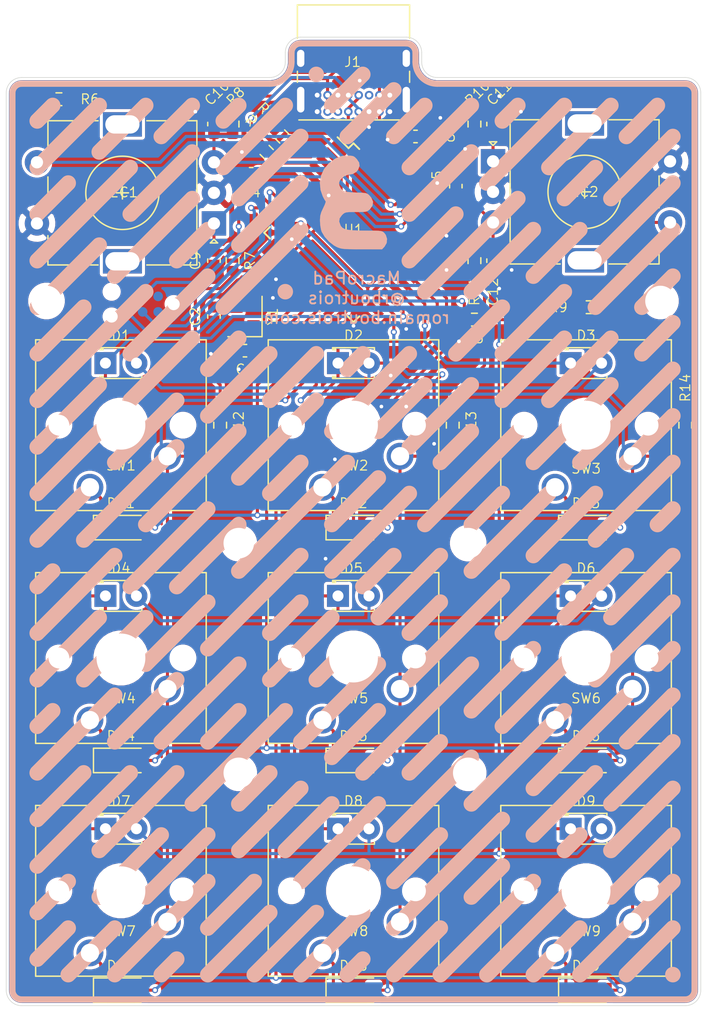
<source format=kicad_pcb>
(kicad_pcb (version 20171130) (host pcbnew "(5.1.5-0-10_14)")
  (layers (0 F.Cu signal) (31 B.Cu signal) (34 B.Paste user) (35 F.Paste user) (36 B.SilkS user hide) (37 F.SilkS user) (38 B.Mask user) (39 F.Mask user) (44 Edge.Cuts user))
  (net 0 "")
  (net 1 GND)
  (net 2 "Net-(C1-Pad2)")
  (net 3 "Net-(C2-Pad1)")
  (net 4 "Net-(C3-Pad1)")
  (net 5 "Net-(C4-Pad2)")
  (net 6 VBUS)
  (net 7 LR1)
  (net 8 LC1)
  (net 9 LC2)
  (net 10 LC3)
  (net 11 LR2)
  (net 12 LR3)
  (net 13 "Net-(D11-Pad1)")
  (net 14 D+)
  (net 15 D-)
  (net 16 "Net-(R1-Pad2)")
  (net 17 "Net-(R2-Pad1)")
  (net 18 nRESET)
  (net 19 SC1)
  (net 20 SR1)
  (net 21 SC2)
  (net 22 SC3)
  (net 23 SR2)
  (net 24 SR3)
  (net 25 MISO)
  (net 26 MOSI)
  (net 27 SCK)
  (net 28 EC1_A)
  (net 29 EC1_B)
  (net 30 EC2_A)
  (net 31 EC2_B)
  (net 32 "Net-(D12-Pad1)")
  (net 33 "Net-(D13-Pad1)")
  (net 34 "Net-(D14-Pad1)")
  (net 35 "Net-(D15-Pad1)")
  (net 36 "Net-(D16-Pad1)")
  (net 37 "Net-(D17-Pad1)")
  (net 38 "Net-(D18-Pad1)")
  (net 39 "Net-(D19-Pad1)")
  (net 40 EC1_SW)
  (net 41 EC2_SW)
  (net 42 "Net-(J1-PadB5)")
  (net 43 "Net-(J1-PadB8)")
  (net 44 "Net-(J1-PadA8)")
  (net 45 "Net-(J1-PadA5)")
  (net 46 "Net-(J2-Pad2)")
  (net 47 "Net-(U1-Pad33)")
  (net 48 "Net-(U1-Pad32)")
  (net 49 "Net-(U1-Pad31)")
  (net 50 "Net-(U1-Pad8)")
  (net 51 "Net-(U1-Pad1)")
  (module MountingHole:MountingHole_2.5mm (layer F.Cu) (at 186.182 107.442)
    (fp_text reference H4 hide)
    (fp_text value MountingHole hide)
    (pad 1 np_thru_hole circle (at 0 0) (size 2.5 2.5) (drill 2.5) (layers *.Cu *.Mask))
  )
  (module Button_Switch_Keyboard:SW_Cherry_MX_1.00u_PCB (layer F.Cu) (at 193.294 102.87 180)
    (fp_text reference SW3 (at -2.54 1.524) (layer F.SilkS) (effects (font (size 0.8 0.8) (thickness 0.1))))
    (fp_text value SW_Push hide)
    (pad "" np_thru_hole circle (at 2.54 5.08 180) (size 1.7 1.7) (drill 1.7) (layers *.Cu *.Mask))
    (pad "" np_thru_hole circle (at -7.62 5.08 180) (size 1.7 1.7) (drill 1.7) (layers *.Cu *.Mask))
    (pad "" np_thru_hole circle (at -2.54 5.08 180) (size 4 4) (drill 4) (layers *.Cu *.Mask))
    (pad 2 thru_hole circle (at -6.35 2.54 180) (size 2.2 2.2) (drill 1.5) (layers *.Cu *.Mask) (net 22 SC3))
    (pad 1 thru_hole circle (at 0 0 180) (size 2.2 2.2) (drill 1.5) (layers *.Cu *.Mask) (net 33 "Net-(D13-Pad1)"))
  )
  (module Rotary_Encoder:RotaryEncoder_Alps_EC11E-Switch_Vertical_H20mm (layer F.Cu) (at 188.214 76.2)
    (fp_text reference EC2 (at 7.5 2.5) (layer F.SilkS) (effects (font (size 0.8 0.8) (thickness 0.1))))
    (fp_text value EC11E hide)
    (pad A thru_hole rect (at 0 0) (size 2 2) (drill 1) (layers *.Cu *.Mask) (net 30 EC2_A))
    (pad C thru_hole circle (at 0 2.5) (size 2 2) (drill 1) (layers *.Cu *.Mask) (net 1 GND))
    (pad B thru_hole circle (at 0 5) (size 2 2) (drill 1) (layers *.Cu *.Mask) (net 31 EC2_B))
    (pad MP thru_hole rect (at 7.5 -3.1) (size 3.2 2) (drill oval 2.8 1.5) (layers *.Cu *.Mask))
    (pad MP thru_hole rect (at 7.5 8.1) (size 3.2 2) (drill oval 2.8 1.5) (layers *.Cu *.Mask))
    (pad S2 thru_hole circle (at 14.5 0) (size 2 2) (drill 1) (layers *.Cu *.Mask) (net 1 GND))
    (pad S1 thru_hole circle (at 14.5 5) (size 2 2) (drill 1) (layers *.Cu *.Mask) (net 41 EC2_SW))
  )
  (module Button_Switch_Keyboard:SW_Cherry_MX_1.00u_PCB (layer F.Cu) (at 193.294 140.97 180)
    (fp_text reference SW9 (at -2.54 1.778) (layer F.SilkS) (effects (font (size 0.8 0.8) (thickness 0.1))))
    (fp_text value SW_Push hide)
    (pad "" np_thru_hole circle (at 2.54 5.08 180) (size 1.7 1.7) (drill 1.7) (layers *.Cu *.Mask))
    (pad "" np_thru_hole circle (at -7.62 5.08 180) (size 1.7 1.7) (drill 1.7) (layers *.Cu *.Mask))
    (pad "" np_thru_hole circle (at -2.54 5.08 180) (size 4 4) (drill 4) (layers *.Cu *.Mask))
    (pad 2 thru_hole circle (at -6.35 2.54 180) (size 2.2 2.2) (drill 1.5) (layers *.Cu *.Mask) (net 22 SC3))
    (pad 1 thru_hole circle (at 0 0 180) (size 2.2 2.2) (drill 1.5) (layers *.Cu *.Mask) (net 39 "Net-(D19-Pad1)"))
  )
  (module Button_Switch_Keyboard:SW_Cherry_MX_1.00u_PCB (layer F.Cu) (at 174.244 140.97 180)
    (fp_text reference SW8 (at -2.54 1.778) (layer F.SilkS) (effects (font (size 0.8 0.8) (thickness 0.1))))
    (fp_text value SW_Push hide)
    (pad 1 thru_hole circle (at 0 0 180) (size 2.2 2.2) (drill 1.5) (layers *.Cu *.Mask) (net 38 "Net-(D18-Pad1)"))
    (pad 2 thru_hole circle (at -6.35 2.54 180) (size 2.2 2.2) (drill 1.5) (layers *.Cu *.Mask) (net 21 SC2))
    (pad "" np_thru_hole circle (at -2.54 5.08 180) (size 4 4) (drill 4) (layers *.Cu *.Mask))
    (pad "" np_thru_hole circle (at -7.62 5.08 180) (size 1.7 1.7) (drill 1.7) (layers *.Cu *.Mask))
    (pad "" np_thru_hole circle (at 2.54 5.08 180) (size 1.7 1.7) (drill 1.7) (layers *.Cu *.Mask))
  )
  (module Button_Switch_Keyboard:SW_Cherry_MX_1.00u_PCB (layer F.Cu) (at 155.194 140.97 180)
    (fp_text reference SW7 (at -2.54 1.778) (layer F.SilkS) (effects (font (size 0.8 0.8) (thickness 0.1))))
    (fp_text value SW_Push hide)
    (pad "" np_thru_hole circle (at 2.54 5.08 180) (size 1.7 1.7) (drill 1.7) (layers *.Cu *.Mask))
    (pad "" np_thru_hole circle (at -7.62 5.08 180) (size 1.7 1.7) (drill 1.7) (layers *.Cu *.Mask))
    (pad "" np_thru_hole circle (at -2.54 5.08 180) (size 4 4) (drill 4) (layers *.Cu *.Mask))
    (pad 2 thru_hole circle (at -6.35 2.54 180) (size 2.2 2.2) (drill 1.5) (layers *.Cu *.Mask) (net 19 SC1))
    (pad 1 thru_hole circle (at 0 0 180) (size 2.2 2.2) (drill 1.5) (layers *.Cu *.Mask) (net 37 "Net-(D17-Pad1)"))
  )
  (module Button_Switch_Keyboard:SW_Cherry_MX_1.00u_PCB (layer F.Cu) (at 193.294 121.92 180)
    (fp_text reference SW6 (at -2.54 1.778) (layer F.SilkS) (effects (font (size 0.8 0.8) (thickness 0.1))))
    (fp_text value SW_Push hide)
    (pad 1 thru_hole circle (at 0 0 180) (size 2.2 2.2) (drill 1.5) (layers *.Cu *.Mask) (net 36 "Net-(D16-Pad1)"))
    (pad 2 thru_hole circle (at -6.35 2.54 180) (size 2.2 2.2) (drill 1.5) (layers *.Cu *.Mask) (net 22 SC3))
    (pad "" np_thru_hole circle (at -2.54 5.08 180) (size 4 4) (drill 4) (layers *.Cu *.Mask))
    (pad "" np_thru_hole circle (at -7.62 5.08 180) (size 1.7 1.7) (drill 1.7) (layers *.Cu *.Mask))
    (pad "" np_thru_hole circle (at 2.54 5.08 180) (size 1.7 1.7) (drill 1.7) (layers *.Cu *.Mask))
  )
  (module Button_Switch_Keyboard:SW_Cherry_MX_1.00u_PCB (layer F.Cu) (at 174.244 121.92 180)
    (fp_text reference SW5 (at -2.54 1.778) (layer F.SilkS) (effects (font (size 0.8 0.8) (thickness 0.1))))
    (fp_text value SW_Push hide)
    (pad "" np_thru_hole circle (at 2.54 5.08 180) (size 1.7 1.7) (drill 1.7) (layers *.Cu *.Mask))
    (pad "" np_thru_hole circle (at -7.62 5.08 180) (size 1.7 1.7) (drill 1.7) (layers *.Cu *.Mask))
    (pad "" np_thru_hole circle (at -2.54 5.08 180) (size 4 4) (drill 4) (layers *.Cu *.Mask))
    (pad 2 thru_hole circle (at -6.35 2.54 180) (size 2.2 2.2) (drill 1.5) (layers *.Cu *.Mask) (net 21 SC2))
    (pad 1 thru_hole circle (at 0 0 180) (size 2.2 2.2) (drill 1.5) (layers *.Cu *.Mask) (net 35 "Net-(D15-Pad1)"))
  )
  (module Button_Switch_Keyboard:SW_Cherry_MX_1.00u_PCB (layer F.Cu) (at 155.194 121.92 180)
    (fp_text reference SW4 (at -2.54 1.778) (layer F.SilkS) (effects (font (size 0.8 0.8) (thickness 0.1))))
    (fp_text value SW_Push hide)
    (pad 1 thru_hole circle (at 0 0 180) (size 2.2 2.2) (drill 1.5) (layers *.Cu *.Mask) (net 34 "Net-(D14-Pad1)"))
    (pad 2 thru_hole circle (at -6.35 2.54 180) (size 2.2 2.2) (drill 1.5) (layers *.Cu *.Mask) (net 19 SC1))
    (pad "" np_thru_hole circle (at -2.54 5.08 180) (size 4 4) (drill 4) (layers *.Cu *.Mask))
    (pad "" np_thru_hole circle (at -7.62 5.08 180) (size 1.7 1.7) (drill 1.7) (layers *.Cu *.Mask))
    (pad "" np_thru_hole circle (at 2.54 5.08 180) (size 1.7 1.7) (drill 1.7) (layers *.Cu *.Mask))
  )
  (module Button_Switch_Keyboard:SW_Cherry_MX_1.00u_PCB (layer F.Cu) (at 174.244 102.87 180)
    (fp_text reference SW2 (at -2.54 1.778) (layer F.SilkS) (effects (font (size 0.8 0.8) (thickness 0.1))))
    (fp_text value SW_Push hide)
    (pad 1 thru_hole circle (at 0 0 180) (size 2.2 2.2) (drill 1.5) (layers *.Cu *.Mask) (net 32 "Net-(D12-Pad1)"))
    (pad 2 thru_hole circle (at -6.35 2.54 180) (size 2.2 2.2) (drill 1.5) (layers *.Cu *.Mask) (net 21 SC2))
    (pad "" np_thru_hole circle (at -2.54 5.08 180) (size 4 4) (drill 4) (layers *.Cu *.Mask))
    (pad "" np_thru_hole circle (at -7.62 5.08 180) (size 1.7 1.7) (drill 1.7) (layers *.Cu *.Mask))
    (pad "" np_thru_hole circle (at 2.54 5.08 180) (size 1.7 1.7) (drill 1.7) (layers *.Cu *.Mask))
  )
  (module Button_Switch_Keyboard:SW_Cherry_MX_1.00u_PCB (layer F.Cu) (at 155.194 102.87 180)
    (fp_text reference SW1 (at -2.54 1.778) (layer F.SilkS) (effects (font (size 0.8 0.8) (thickness 0.1))))
    (fp_text value SW_Push hide)
    (pad "" np_thru_hole circle (at 2.54 5.08 180) (size 1.7 1.7) (drill 1.7) (layers *.Cu *.Mask))
    (pad "" np_thru_hole circle (at -7.62 5.08 180) (size 1.7 1.7) (drill 1.7) (layers *.Cu *.Mask))
    (pad "" np_thru_hole circle (at -2.54 5.08 180) (size 4 4) (drill 4) (layers *.Cu *.Mask))
    (pad 2 thru_hole circle (at -6.35 2.54 180) (size 2.2 2.2) (drill 1.5) (layers *.Cu *.Mask) (net 19 SC1))
    (pad 1 thru_hole circle (at 0 0 180) (size 2.2 2.2) (drill 1.5) (layers *.Cu *.Mask) (net 13 "Net-(D11-Pad1)"))
  )
  (module MountingHole:MountingHole_2.5mm (layer F.Cu) (at 186.182 126.238)
    (fp_text reference H6 hide)
    (fp_text value MountingHole hide)
    (pad 1 np_thru_hole circle (at 0 0) (size 2.5 2.5) (drill 2.5) (layers *.Cu *.Mask))
  )
  (module MountingHole:MountingHole_2.5mm (layer F.Cu) (at 167.386 126.238)
    (fp_text reference H5 hide)
    (fp_text value MountingHole hide)
    (pad 1 np_thru_hole circle (at 0 0) (size 2.5 2.5) (drill 2.5) (layers *.Cu *.Mask))
  )
  (module MountingHole:MountingHole_2.5mm (layer F.Cu) (at 167.386 107.442)
    (fp_text reference H3 hide)
    (fp_text value MountingHole hide)
    (pad 1 np_thru_hole circle (at 0 0) (size 2.5 2.5) (drill 2.5) (layers *.Cu *.Mask))
  )
  (module MountingHole:MountingHole_2.5mm (layer F.Cu) (at 201.93 87.63)
    (fp_text reference H2 hide)
    (fp_text value MountingHole hide)
    (pad 1 np_thru_hole circle (at 0 0) (size 2.5 2.5) (drill 2.5) (layers *.Cu *.Mask))
  )
  (module MountingHole:MountingHole_2.5mm (layer F.Cu) (at 151.638 87.63)
    (fp_text reference H1 hide)
    (fp_text value MountingHole hide)
    (pad 1 np_thru_hole circle (at 0 0) (size 2.5 2.5) (drill 2.5) (layers *.Cu *.Mask))
  )
  (module Romain:logo (layer B.Cu) (at 176.784 79.756 180)
    (fp_text reference logo1 hide)
    (fp_text value B3 hide)
  )
  (module Crystal:Crystal_SMD_2520-4Pin_2.5x2.0mm (layer F.Cu) (at 167.894 88.9 90)
    (fp_text reference Y1 (at 0 2.286 90) (layer F.SilkS) (effects (font (size 0.8 0.8) (thickness 0.1))))
    (fp_text value 16MHz hide)
    (pad 4 smd rect (at -0.875 -0.7 90) (size 1.15 1) (layers F.Cu F.Paste F.Mask) (net 1 GND))
    (pad 3 smd rect (at 0.875 -0.7 90) (size 1.15 1) (layers F.Cu F.Paste F.Mask) (net 3 "Net-(C2-Pad1)"))
    (pad 2 smd rect (at 0.875 0.7 90) (size 1.15 1) (layers F.Cu F.Paste F.Mask) (net 1 GND))
    (pad 1 smd rect (at -0.875 0.7 90) (size 1.15 1) (layers F.Cu F.Paste F.Mask) (net 2 "Net-(C1-Pad2)"))
  )
  (module Connector:Tag-Connect_TC2030-IDC-NL_2x03_P1.27mm_Vertical (layer B.Cu) (at 159.512 87.884 180)
    (fp_text reference J2 hide)
    (fp_text value ICSP hide)
    (pad 6 connect circle (at 1.27 0.635 180) (size 0.7874 0.7874) (layers B.Cu B.Mask) (net 1 GND))
    (pad 5 connect circle (at 1.27 -0.635 180) (size 0.7874 0.7874) (layers B.Cu B.Mask) (net 18 nRESET))
    (pad 4 connect circle (at 0 0.635 180) (size 0.7874 0.7874) (layers B.Cu B.Mask) (net 26 MOSI))
    (pad 3 connect circle (at 0 -0.635 180) (size 0.7874 0.7874) (layers B.Cu B.Mask) (net 27 SCK))
    (pad 2 connect circle (at -1.27 0.635 180) (size 0.7874 0.7874) (layers B.Cu B.Mask) (net 46 "Net-(J2-Pad2)"))
    (pad 1 connect circle (at -1.27 -0.635 180) (size 0.7874 0.7874) (layers B.Cu B.Mask) (net 25 MISO))
    (pad "" np_thru_hole circle (at -2.54 0 180) (size 0.9906 0.9906) (drill 0.9906) (layers *.Cu *.Mask))
    (pad "" np_thru_hole circle (at 2.54 -1.016 180) (size 0.9906 0.9906) (drill 0.9906) (layers *.Cu *.Mask))
    (pad "" np_thru_hole circle (at 2.54 1.016 180) (size 0.9906 0.9906) (drill 0.9906) (layers *.Cu *.Mask))
  )
  (module Resistor_SMD:R_0603_1608Metric (layer F.Cu) (at 203.962 97.79 90)
    (fp_text reference R14 (at 3.048 0 90) (layer F.SilkS) (effects (font (size 0.8 0.8) (thickness 0.1))))
    (fp_text value 10k hide)
    (pad 2 smd roundrect (at 0.825 0 90) (size 0.8 0.95) (layers F.Cu F.Paste F.Mask) (net 6 VBUS))
    (pad 1 smd roundrect (at -0.825 0 90) (size 0.8 0.95) (layers F.Cu F.Paste F.Mask) (net 22 SC3))
  )
  (module Resistor_SMD:R_0603_1608Metric (layer F.Cu) (at 184.912 97.79 90)
    (fp_text reference R13 (at 0 1.524 90) (layer F.SilkS) (effects (font (size 0.8 0.8) (thickness 0.1))))
    (fp_text value 10k hide)
    (pad 2 smd roundrect (at 0.825 0 90) (size 0.8 0.95) (layers F.Cu F.Paste F.Mask) (net 6 VBUS))
    (pad 1 smd roundrect (at -0.825 0 90) (size 0.8 0.95) (layers F.Cu F.Paste F.Mask) (net 21 SC2))
  )
  (module Resistor_SMD:R_0603_1608Metric (layer F.Cu) (at 165.862 97.79 90)
    (fp_text reference R12 (at 0 1.524 90) (layer F.SilkS) (effects (font (size 0.8 0.8) (thickness 0.1))))
    (fp_text value 10k hide)
    (pad 2 smd roundrect (at 0.825 0 90) (size 0.8 0.95) (layers F.Cu F.Paste F.Mask) (net 6 VBUS))
    (pad 1 smd roundrect (at -0.825 0 90) (size 0.8 0.95) (layers F.Cu F.Paste F.Mask) (net 19 SC1))
  )
  (module Resistor_SMD:R_0603_1608Metric (layer F.Cu) (at 186.69 84.328 90)
    (fp_text reference R11 (at -2.54 0 90) (layer F.SilkS) (effects (font (size 0.8 0.8) (thickness 0.1))))
    (fp_text value 10k hide)
    (pad 2 smd roundrect (at 0.825 0 90) (size 0.8 0.95) (layers F.Cu F.Paste F.Mask) (net 31 EC2_B))
    (pad 1 smd roundrect (at -0.825 0 90) (size 0.8 0.95) (layers F.Cu F.Paste F.Mask) (net 6 VBUS))
  )
  (module Resistor_SMD:R_0603_1608Metric (layer F.Cu) (at 186.69 73.152 90)
    (fp_text reference R10 (at 2.54 0.254 225) (layer F.SilkS) (effects (font (size 0.8 0.8) (thickness 0.1))))
    (fp_text value 10k hide)
    (pad 2 smd roundrect (at 0.825 0 90) (size 0.8 0.95) (layers F.Cu F.Paste F.Mask) (net 6 VBUS))
    (pad 1 smd roundrect (at -0.825 0 90) (size 0.8 0.95) (layers F.Cu F.Paste F.Mask) (net 30 EC2_A))
  )
  (module Resistor_SMD:R_0603_1608Metric (layer F.Cu) (at 196.088 88.138 180)
    (fp_text reference R9 (at 2.54 0) (layer F.SilkS) (effects (font (size 0.8 0.8) (thickness 0.1))))
    (fp_text value 10k hide)
    (pad 2 smd roundrect (at 0.825 0 180) (size 0.8 0.95) (layers F.Cu F.Paste F.Mask) (net 6 VBUS))
    (pad 1 smd roundrect (at -0.825 0 180) (size 0.8 0.95) (layers F.Cu F.Paste F.Mask) (net 41 EC2_SW))
  )
  (module Resistor_SMD:R_0603_1608Metric (layer F.Cu) (at 166.878 73.152 270)
    (fp_text reference R8 (at -2.286 -0.254 225) (layer F.SilkS) (effects (font (size 0.8 0.8) (thickness 0.1))))
    (fp_text value 10k hide)
    (pad 2 smd roundrect (at 0.825 0 270) (size 0.8 0.95) (layers F.Cu F.Paste F.Mask) (net 29 EC1_B))
    (pad 1 smd roundrect (at -0.825 0 270) (size 0.8 0.95) (layers F.Cu F.Paste F.Mask) (net 6 VBUS))
  )
  (module Resistor_SMD:R_0603_1608Metric (layer F.Cu) (at 166.878 84.328 270)
    (fp_text reference R7 (at 0 -1.43 90) (layer F.SilkS) (effects (font (size 0.8 0.8) (thickness 0.1))))
    (fp_text value 10k hide)
    (pad 2 smd roundrect (at 0.825 0 270) (size 0.8 0.95) (layers F.Cu F.Paste F.Mask) (net 6 VBUS))
    (pad 1 smd roundrect (at -0.825 0 270) (size 0.8 0.95) (layers F.Cu F.Paste F.Mask) (net 28 EC1_A))
  )
  (module Resistor_SMD:R_0603_1608Metric (layer F.Cu) (at 152.654 71.12)
    (fp_text reference R6 (at 2.54 0) (layer F.SilkS) (effects (font (size 0.8 0.8) (thickness 0.1))))
    (fp_text value 10k hide)
    (pad 2 smd roundrect (at 0.825 0) (size 0.8 0.95) (layers F.Cu F.Paste F.Mask) (net 6 VBUS))
    (pad 1 smd roundrect (at -0.825 0) (size 0.8 0.95) (layers F.Cu F.Paste F.Mask) (net 40 EC1_SW))
  )
  (module Diode_SMD:D_SOD-123 (layer F.Cu) (at 157.734 106.172)
    (fp_text reference D11 (at 0 -2) (layer F.SilkS) (effects (font (size 0.8 0.8) (thickness 0.1))))
    (fp_text value DIODE hide)
    (pad 2 smd rect (at 1.65 0) (size 0.9 1.2) (layers F.Cu F.Paste F.Mask) (net 20 SR1))
    (pad 1 smd rect (at -1.65 0) (size 0.9 1.2) (layers F.Cu F.Paste F.Mask) (net 13 "Net-(D11-Pad1)"))
  )
  (module Diode_SMD:D_SOD-123 (layer F.Cu) (at 195.834 144.018)
    (fp_text reference D19 (at 0 -2) (layer F.SilkS) (effects (font (size 0.8 0.8) (thickness 0.1))))
    (fp_text value DIODE hide)
    (pad 2 smd rect (at 1.65 0) (size 0.9 1.2) (layers F.Cu F.Paste F.Mask) (net 24 SR3))
    (pad 1 smd rect (at -1.65 0) (size 0.9 1.2) (layers F.Cu F.Paste F.Mask) (net 39 "Net-(D19-Pad1)"))
  )
  (module Diode_SMD:D_SOD-123 (layer F.Cu) (at 176.784 144.018)
    (fp_text reference D18 (at 0 -2) (layer F.SilkS) (effects (font (size 0.8 0.8) (thickness 0.1))))
    (fp_text value DIODE hide)
    (pad 2 smd rect (at 1.65 0) (size 0.9 1.2) (layers F.Cu F.Paste F.Mask) (net 24 SR3))
    (pad 1 smd rect (at -1.65 0) (size 0.9 1.2) (layers F.Cu F.Paste F.Mask) (net 38 "Net-(D18-Pad1)"))
  )
  (module Diode_SMD:D_SOD-123 (layer F.Cu) (at 157.734 144.018)
    (fp_text reference D17 (at 0 -2) (layer F.SilkS) (effects (font (size 0.8 0.8) (thickness 0.1))))
    (fp_text value DIODE hide)
    (pad 2 smd rect (at 1.65 0) (size 0.9 1.2) (layers F.Cu F.Paste F.Mask) (net 24 SR3))
    (pad 1 smd rect (at -1.65 0) (size 0.9 1.2) (layers F.Cu F.Paste F.Mask) (net 37 "Net-(D17-Pad1)"))
  )
  (module Diode_SMD:D_SOD-123 (layer F.Cu) (at 195.834 125.222)
    (fp_text reference D16 (at 0 -2) (layer F.SilkS) (effects (font (size 0.8 0.8) (thickness 0.1))))
    (fp_text value DIODE hide)
    (pad 2 smd rect (at 1.65 0) (size 0.9 1.2) (layers F.Cu F.Paste F.Mask) (net 23 SR2))
    (pad 1 smd rect (at -1.65 0) (size 0.9 1.2) (layers F.Cu F.Paste F.Mask) (net 36 "Net-(D16-Pad1)"))
  )
  (module Diode_SMD:D_SOD-123 (layer F.Cu) (at 176.784 125.222)
    (fp_text reference D15 (at 0 -2) (layer F.SilkS) (effects (font (size 0.8 0.8) (thickness 0.1))))
    (fp_text value DIODE hide)
    (pad 2 smd rect (at 1.65 0) (size 0.9 1.2) (layers F.Cu F.Paste F.Mask) (net 23 SR2))
    (pad 1 smd rect (at -1.65 0) (size 0.9 1.2) (layers F.Cu F.Paste F.Mask) (net 35 "Net-(D15-Pad1)"))
  )
  (module Diode_SMD:D_SOD-123 (layer F.Cu) (at 157.734 125.222)
    (fp_text reference D14 (at 0 -2) (layer F.SilkS) (effects (font (size 0.8 0.8) (thickness 0.1))))
    (fp_text value DIODE hide)
    (pad 2 smd rect (at 1.65 0) (size 0.9 1.2) (layers F.Cu F.Paste F.Mask) (net 23 SR2))
    (pad 1 smd rect (at -1.65 0) (size 0.9 1.2) (layers F.Cu F.Paste F.Mask) (net 34 "Net-(D14-Pad1)"))
  )
  (module Diode_SMD:D_SOD-123 (layer F.Cu) (at 195.834 106.172)
    (fp_text reference D13 (at 0 -2) (layer F.SilkS) (effects (font (size 0.8 0.8) (thickness 0.1))))
    (fp_text value DIODE hide)
    (pad 2 smd rect (at 1.65 0) (size 0.9 1.2) (layers F.Cu F.Paste F.Mask) (net 20 SR1))
    (pad 1 smd rect (at -1.65 0) (size 0.9 1.2) (layers F.Cu F.Paste F.Mask) (net 33 "Net-(D13-Pad1)"))
  )
  (module Diode_SMD:D_SOD-123 (layer F.Cu) (at 176.784 106.172)
    (fp_text reference D12 (at 0 -2) (layer F.SilkS) (effects (font (size 0.8 0.8) (thickness 0.1))))
    (fp_text value DIODE hide)
    (pad 2 smd rect (at 1.65 0) (size 0.9 1.2) (layers F.Cu F.Paste F.Mask) (net 20 SR1))
    (pad 1 smd rect (at -1.65 0) (size 0.9 1.2) (layers F.Cu F.Paste F.Mask) (net 32 "Net-(D12-Pad1)"))
  )
  (module Capacitor_SMD:C_0603_1608Metric (layer F.Cu) (at 188.214 84.328 90)
    (fp_text reference C12 (at -2.54 0 90) (layer F.SilkS) (effects (font (size 0.8 0.8) (thickness 0.1))))
    (fp_text value 100nF hide)
    (pad 2 smd roundrect (at 0.775 0 90) (size 0.9 0.95) (layers F.Cu F.Paste F.Mask) (net 31 EC2_B))
    (pad 1 smd roundrect (at -0.775 0 90) (size 0.9 0.95) (layers F.Cu F.Paste F.Mask) (net 1 GND))
  )
  (module Capacitor_SMD:C_0603_1608Metric (layer F.Cu) (at 188.214 73.152 90)
    (fp_text reference C11 (at 2.54 0.508 225) (layer F.SilkS) (effects (font (size 0.8 0.8) (thickness 0.1))))
    (fp_text value 100nF hide)
    (pad 2 smd roundrect (at 0.775 0 90) (size 0.9 0.95) (layers F.Cu F.Paste F.Mask) (net 1 GND))
    (pad 1 smd roundrect (at -0.775 0 90) (size 0.9 0.95) (layers F.Cu F.Paste F.Mask) (net 30 EC2_A))
  )
  (module Capacitor_SMD:C_0603_1608Metric (layer F.Cu) (at 165.354 73.152 270)
    (fp_text reference C10 (at -2.54 -0.254 225) (layer F.SilkS) (effects (font (size 0.8 0.8) (thickness 0.1))))
    (fp_text value 100nF hide)
    (pad 2 smd roundrect (at 0.775 0 270) (size 0.9 0.95) (layers F.Cu F.Paste F.Mask) (net 29 EC1_B))
    (pad 1 smd roundrect (at -0.775 0 270) (size 0.9 0.95) (layers F.Cu F.Paste F.Mask) (net 1 GND))
  )
  (module Capacitor_SMD:C_0603_1608Metric (layer F.Cu) (at 165.354 84.328 270)
    (fp_text reference C9 (at 0 1.524 90) (layer F.SilkS) (effects (font (size 0.8 0.8) (thickness 0.1))))
    (fp_text value 100nF hide)
    (pad 2 smd roundrect (at 0.775 0 270) (size 0.9 0.95) (layers F.Cu F.Paste F.Mask) (net 1 GND))
    (pad 1 smd roundrect (at -0.775 0 270) (size 0.9 0.95) (layers F.Cu F.Paste F.Mask) (net 28 EC1_A))
  )
  (module Resistor_SMD:R_0603_1608Metric (layer F.Cu) (at 186.69 89.154)
    (fp_text reference R3 (at 0 1.524) (layer F.SilkS) (effects (font (size 0.8 0.8) (thickness 0.1))))
    (fp_text value 10k hide)
    (pad 2 smd roundrect (at 0.825 0) (size 0.8 0.95) (layers F.Cu F.Paste F.Mask) (net 6 VBUS))
    (pad 1 smd roundrect (at -0.825 0) (size 0.8 0.95) (layers F.Cu F.Paste F.Mask) (net 18 nRESET))
  )
  (module Resistor_SMD:R_0603_1608Metric (layer F.Cu) (at 170.942 74.168 135)
    (fp_text reference R2 (at 2.334867 0.538815 135) (layer F.SilkS) (effects (font (size 0.8 0.8) (thickness 0.1))))
    (fp_text value 22R hide)
    (pad 2 smd roundrect (at 0.825 0 135) (size 0.8 0.95) (layers F.Cu F.Paste F.Mask) (net 15 D-))
    (pad 1 smd roundrect (at -0.825 0 135) (size 0.8 0.95) (layers F.Cu F.Paste F.Mask) (net 17 "Net-(R2-Pad1)"))
  )
  (module Resistor_SMD:R_0603_1608Metric (layer F.Cu) (at 169.672 75.438 315)
    (fp_text reference R1 (at -2.334867 -0.898026 135) (layer F.SilkS) (effects (font (size 0.8 0.8) (thickness 0.1))))
    (fp_text value 22R hide)
    (pad 2 smd roundrect (at 0.825 0 315) (size 0.8 0.95) (layers F.Cu F.Paste F.Mask) (net 16 "Net-(R1-Pad2)"))
    (pad 1 smd roundrect (at -0.825 0 315) (size 0.8 0.95) (layers F.Cu F.Paste F.Mask) (net 14 D+))
  )
  (module Capacitor_SMD:C_0603_1608Metric (layer F.Cu) (at 185.166 78.232 270)
    (fp_text reference C5 (at -0.508 1.524 90) (layer F.SilkS) (effects (font (size 0.8 0.8) (thickness 0.1))))
    (fp_text value 100nF hide)
    (pad 2 smd roundrect (at 0.775 0 270) (size 0.9 0.95) (layers F.Cu F.Paste F.Mask) (net 6 VBUS))
    (pad 1 smd roundrect (at -0.775 0 270) (size 0.9 0.95) (layers F.Cu F.Paste F.Mask) (net 1 GND))
  )
  (module Capacitor_SMD:C_0603_1608Metric (layer F.Cu) (at 168.402 77.216)
    (fp_text reference C4 (at 0 1.524) (layer F.SilkS) (effects (font (size 0.8 0.8) (thickness 0.1))))
    (fp_text value 1uF hide)
    (pad 2 smd roundrect (at 0.775 0) (size 0.9 0.95) (layers F.Cu F.Paste F.Mask) (net 5 "Net-(C4-Pad2)"))
    (pad 1 smd roundrect (at -0.775 0) (size 0.9 0.95) (layers F.Cu F.Paste F.Mask) (net 1 GND))
  )
  (module Capacitor_SMD:C_0603_1608Metric (layer F.Cu) (at 181.864 74.168)
    (fp_text reference C3 (at 2.54 0) (layer F.SilkS) (effects (font (size 0.8 0.8) (thickness 0.1))))
    (fp_text value 100nF hide)
    (pad 2 smd roundrect (at 0.775 0) (size 0.9 0.95) (layers F.Cu F.Paste F.Mask) (net 1 GND))
    (pad 1 smd roundrect (at -0.775 0) (size 0.9 0.95) (layers F.Cu F.Paste F.Mask) (net 4 "Net-(C3-Pad1)"))
  )
  (module Capacitor_SMD:C_0603_1608Metric (layer F.Cu) (at 165.354 88.9 270)
    (fp_text reference C2 (at 0 1.524 90) (layer F.SilkS) (effects (font (size 0.8 0.8) (thickness 0.1))))
    (fp_text value 22pF hide)
    (pad 2 smd roundrect (at 0.775 0 270) (size 0.9 0.95) (layers F.Cu F.Paste F.Mask) (net 1 GND))
    (pad 1 smd roundrect (at -0.775 0 270) (size 0.9 0.95) (layers F.Cu F.Paste F.Mask) (net 3 "Net-(C2-Pad1)"))
  )
  (module Capacitor_SMD:C_0603_1608Metric (layer F.Cu) (at 167.894 91.694)
    (fp_text reference C1 (at 0 1.524) (layer F.SilkS) (effects (font (size 0.8 0.8) (thickness 0.1))))
    (fp_text value 22pF hide)
    (pad 2 smd roundrect (at 0.775 0) (size 0.9 0.95) (layers F.Cu F.Paste F.Mask) (net 2 "Net-(C1-Pad2)"))
    (pad 1 smd roundrect (at -0.775 0) (size 0.9 0.95) (layers F.Cu F.Paste F.Mask) (net 1 GND))
  )
  (module Connector_USB:USB_C_Receptacle_GCT_USB4085 (layer F.Cu) (at 179.759 72.136 180)
    (fp_text reference J1 (at 3.048 4.064) (layer F.SilkS) (effects (font (size 0.8 0.8) (thickness 0.1))))
    (fp_text value USB_C_Receptacle hide)
    (pad S1 thru_hole oval (at 7.3 4.36 180) (size 0.9 1.7) (drill oval 0.6 1.4) (layers *.Cu *.Mask) (net 1 GND))
    (pad S1 thru_hole oval (at -1.35 4.36 180) (size 0.9 1.7) (drill oval 0.6 1.4) (layers *.Cu *.Mask) (net 1 GND))
    (pad S1 thru_hole oval (at 7.3 0.98 180) (size 0.9 2.4) (drill oval 0.6 2.1) (layers *.Cu *.Mask) (net 1 GND))
    (pad S1 thru_hole oval (at -1.35 0.98 180) (size 0.9 2.4) (drill oval 0.6 2.1) (layers *.Cu *.Mask) (net 1 GND))
    (pad B6 thru_hole circle (at 3.4 1.35 180) (size 0.7 0.7) (drill 0.4) (layers *.Cu *.Mask) (net 14 D+))
    (pad B1 thru_hole circle (at 5.95 1.35 180) (size 0.7 0.7) (drill 0.4) (layers *.Cu *.Mask) (net 1 GND))
    (pad B4 thru_hole circle (at 5.1 1.35 180) (size 0.7 0.7) (drill 0.4) (layers *.Cu *.Mask) (net 6 VBUS))
    (pad B5 thru_hole circle (at 4.25 1.35 180) (size 0.7 0.7) (drill 0.4) (layers *.Cu *.Mask) (net 42 "Net-(J1-PadB5)"))
    (pad B12 thru_hole circle (at 0 1.35 180) (size 0.7 0.7) (drill 0.4) (layers *.Cu *.Mask) (net 1 GND))
    (pad B8 thru_hole circle (at 1.7 1.35 180) (size 0.7 0.7) (drill 0.4) (layers *.Cu *.Mask) (net 43 "Net-(J1-PadB8)"))
    (pad B7 thru_hole circle (at 2.55 1.35 180) (size 0.7 0.7) (drill 0.4) (layers *.Cu *.Mask) (net 15 D-))
    (pad B9 thru_hole circle (at 0.85 1.35 180) (size 0.7 0.7) (drill 0.4) (layers *.Cu *.Mask) (net 6 VBUS))
    (pad A12 thru_hole circle (at 5.95 0 180) (size 0.7 0.7) (drill 0.4) (layers *.Cu *.Mask) (net 1 GND))
    (pad A9 thru_hole circle (at 5.1 0 180) (size 0.7 0.7) (drill 0.4) (layers *.Cu *.Mask) (net 6 VBUS))
    (pad A8 thru_hole circle (at 4.25 0 180) (size 0.7 0.7) (drill 0.4) (layers *.Cu *.Mask) (net 44 "Net-(J1-PadA8)"))
    (pad A7 thru_hole circle (at 3.4 0 180) (size 0.7 0.7) (drill 0.4) (layers *.Cu *.Mask) (net 15 D-))
    (pad A6 thru_hole circle (at 2.55 0 180) (size 0.7 0.7) (drill 0.4) (layers *.Cu *.Mask) (net 14 D+))
    (pad A5 thru_hole circle (at 1.7 0 180) (size 0.7 0.7) (drill 0.4) (layers *.Cu *.Mask) (net 45 "Net-(J1-PadA5)"))
    (pad A4 thru_hole circle (at 0.85 0 180) (size 0.7 0.7) (drill 0.4) (layers *.Cu *.Mask) (net 6 VBUS))
    (pad A1 thru_hole circle (at 0 0 180) (size 0.7 0.7) (drill 0.4) (layers *.Cu *.Mask) (net 1 GND))
  )
  (module LED_THT:LED_D1.8mm_W3.3mm_H2.4mm (layer F.Cu) (at 194.564 130.81)
    (fp_text reference D9 (at 1.27 -2.26) (layer F.SilkS) (effects (font (size 0.8 0.8) (thickness 0.1))))
    (fp_text value LED hide)
    (pad 2 thru_hole circle (at 2.54 0) (size 1.8 1.8) (drill 0.9) (layers *.Cu *.Mask) (net 12 LR3))
    (pad 1 thru_hole rect (at 0 0) (size 1.8 1.8) (drill 0.9) (layers *.Cu *.Mask) (net 10 LC3))
  )
  (module LED_THT:LED_D1.8mm_W3.3mm_H2.4mm (layer F.Cu) (at 175.514 130.81)
    (fp_text reference D8 (at 1.27 -2.26) (layer F.SilkS) (effects (font (size 0.8 0.8) (thickness 0.1))))
    (fp_text value LED hide)
    (pad 2 thru_hole circle (at 2.54 0) (size 1.8 1.8) (drill 0.9) (layers *.Cu *.Mask) (net 12 LR3))
    (pad 1 thru_hole rect (at 0 0) (size 1.8 1.8) (drill 0.9) (layers *.Cu *.Mask) (net 9 LC2))
  )
  (module LED_THT:LED_D1.8mm_W3.3mm_H2.4mm (layer F.Cu) (at 156.464 130.81)
    (fp_text reference D7 (at 1.27 -2.26) (layer F.SilkS) (effects (font (size 0.8 0.8) (thickness 0.1))))
    (fp_text value LED hide)
    (pad 2 thru_hole circle (at 2.54 0) (size 1.8 1.8) (drill 0.9) (layers *.Cu *.Mask) (net 12 LR3))
    (pad 1 thru_hole rect (at 0 0) (size 1.8 1.8) (drill 0.9) (layers *.Cu *.Mask) (net 8 LC1))
  )
  (module LED_THT:LED_D1.8mm_W3.3mm_H2.4mm (layer F.Cu) (at 194.564 111.76)
    (fp_text reference D6 (at 1.27 -2.26) (layer F.SilkS) (effects (font (size 0.8 0.8) (thickness 0.1))))
    (fp_text value LED hide)
    (pad 2 thru_hole circle (at 2.54 0) (size 1.8 1.8) (drill 0.9) (layers *.Cu *.Mask) (net 11 LR2))
    (pad 1 thru_hole rect (at 0 0) (size 1.8 1.8) (drill 0.9) (layers *.Cu *.Mask) (net 10 LC3))
  )
  (module LED_THT:LED_D1.8mm_W3.3mm_H2.4mm (layer F.Cu) (at 175.514 111.76)
    (fp_text reference D5 (at 1.27 -2.26) (layer F.SilkS) (effects (font (size 0.8 0.8) (thickness 0.1))))
    (fp_text value LED hide)
    (pad 2 thru_hole circle (at 2.54 0) (size 1.8 1.8) (drill 0.9) (layers *.Cu *.Mask) (net 11 LR2))
    (pad 1 thru_hole rect (at 0 0) (size 1.8 1.8) (drill 0.9) (layers *.Cu *.Mask) (net 9 LC2))
  )
  (module LED_THT:LED_D1.8mm_W3.3mm_H2.4mm (layer F.Cu) (at 156.464 111.76)
    (fp_text reference D4 (at 1.27 -2.26) (layer F.SilkS) (effects (font (size 0.8 0.8) (thickness 0.1))))
    (fp_text value LED hide)
    (pad 2 thru_hole circle (at 2.54 0) (size 1.8 1.8) (drill 0.9) (layers *.Cu *.Mask) (net 11 LR2))
    (pad 1 thru_hole rect (at 0 0) (size 1.8 1.8) (drill 0.9) (layers *.Cu *.Mask) (net 8 LC1))
  )
  (module LED_THT:LED_D1.8mm_W3.3mm_H2.4mm (layer F.Cu) (at 194.564 92.71)
    (fp_text reference D3 (at 1.27 -2.26) (layer F.SilkS) (effects (font (size 0.8 0.8) (thickness 0.1))))
    (fp_text value LED hide)
    (pad 2 thru_hole circle (at 2.54 0) (size 1.8 1.8) (drill 0.9) (layers *.Cu *.Mask) (net 7 LR1))
    (pad 1 thru_hole rect (at 0 0) (size 1.8 1.8) (drill 0.9) (layers *.Cu *.Mask) (net 10 LC3))
  )
  (module LED_THT:LED_D1.8mm_W3.3mm_H2.4mm (layer F.Cu) (at 156.464 92.71)
    (fp_text reference D1 (at 1.27 -2.26) (layer F.SilkS) (effects (font (size 0.8 0.8) (thickness 0.1))))
    (fp_text value LED hide)
    (pad 2 thru_hole circle (at 2.54 0) (size 1.8 1.8) (drill 0.9) (layers *.Cu *.Mask) (net 7 LR1))
    (pad 1 thru_hole rect (at 0 0) (size 1.8 1.8) (drill 0.9) (layers *.Cu *.Mask) (net 8 LC1))
  )
  (module LED_THT:LED_D1.8mm_W3.3mm_H2.4mm (layer F.Cu) (at 175.514 92.71)
    (fp_text reference D2 (at 1.27 -2.26) (layer F.SilkS) (effects (font (size 0.8 0.8) (thickness 0.1))))
    (fp_text value LED hide)
    (pad 2 thru_hole circle (at 2.54 0) (size 1.8 1.8) (drill 0.9) (layers *.Cu *.Mask) (net 7 LR1))
    (pad 1 thru_hole rect (at 0 0) (size 1.8 1.8) (drill 0.9) (layers *.Cu *.Mask) (net 9 LC2))
  )
  (module Package_QFP:TQFP-44_10x10mm_P0.8mm (layer F.Cu) (at 176.784 82.042 315)
    (fp_text reference U1 (at -0.179605 -0.179605) (layer F.SilkS) (effects (font (size 0.8 0.8) (thickness 0.1))))
    (fp_text value ATmega32U4-AU hide)
    (pad 44 smd rect (at -4 -5.7 45) (size 1.5 0.55) (layers F.Cu F.Paste F.Mask) (net 6 VBUS))
    (pad 43 smd rect (at -3.2 -5.7 45) (size 1.5 0.55) (layers F.Cu F.Paste F.Mask) (net 1 GND))
    (pad 42 smd rect (at -2.4 -5.7 45) (size 1.5 0.55) (layers F.Cu F.Paste F.Mask) (net 4 "Net-(C3-Pad1)"))
    (pad 41 smd rect (at -1.6 -5.7 45) (size 1.5 0.55) (layers F.Cu F.Paste F.Mask) (net 41 EC2_SW))
    (pad 40 smd rect (at -0.8 -5.7 45) (size 1.5 0.55) (layers F.Cu F.Paste F.Mask) (net 30 EC2_A))
    (pad 39 smd rect (at 0 -5.7 45) (size 1.5 0.55) (layers F.Cu F.Paste F.Mask) (net 31 EC2_B))
    (pad 38 smd rect (at 0.8 -5.7 45) (size 1.5 0.55) (layers F.Cu F.Paste F.Mask) (net 40 EC1_SW))
    (pad 37 smd rect (at 1.6 -5.7 45) (size 1.5 0.55) (layers F.Cu F.Paste F.Mask) (net 29 EC1_B))
    (pad 36 smd rect (at 2.4 -5.7 45) (size 1.5 0.55) (layers F.Cu F.Paste F.Mask) (net 28 EC1_A))
    (pad 35 smd rect (at 3.2 -5.7 45) (size 1.5 0.55) (layers F.Cu F.Paste F.Mask) (net 1 GND))
    (pad 34 smd rect (at 4 -5.7 45) (size 1.5 0.55) (layers F.Cu F.Paste F.Mask) (net 6 VBUS))
    (pad 33 smd rect (at 5.7 -4 315) (size 1.5 0.55) (layers F.Cu F.Paste F.Mask) (net 47 "Net-(U1-Pad33)"))
    (pad 32 smd rect (at 5.7 -3.2 315) (size 1.5 0.55) (layers F.Cu F.Paste F.Mask) (net 48 "Net-(U1-Pad32)"))
    (pad 31 smd rect (at 5.7 -2.4 315) (size 1.5 0.55) (layers F.Cu F.Paste F.Mask) (net 49 "Net-(U1-Pad31)"))
    (pad 30 smd rect (at 5.7 -1.6 315) (size 1.5 0.55) (layers F.Cu F.Paste F.Mask) (net 11 LR2))
    (pad 29 smd rect (at 5.7 -0.8 315) (size 1.5 0.55) (layers F.Cu F.Paste F.Mask) (net 7 LR1))
    (pad 28 smd rect (at 5.7 0 315) (size 1.5 0.55) (layers F.Cu F.Paste F.Mask) (net 10 LC3))
    (pad 27 smd rect (at 5.7 0.8 315) (size 1.5 0.55) (layers F.Cu F.Paste F.Mask) (net 9 LC2))
    (pad 26 smd rect (at 5.7 1.6 315) (size 1.5 0.55) (layers F.Cu F.Paste F.Mask) (net 8 LC1))
    (pad 25 smd rect (at 5.7 2.4 315) (size 1.5 0.55) (layers F.Cu F.Paste F.Mask) (net 21 SC2))
    (pad 24 smd rect (at 5.7 3.2 315) (size 1.5 0.55) (layers F.Cu F.Paste F.Mask) (net 6 VBUS))
    (pad 23 smd rect (at 5.7 4 315) (size 1.5 0.55) (layers F.Cu F.Paste F.Mask) (net 1 GND))
    (pad 22 smd rect (at 4 5.7 45) (size 1.5 0.55) (layers F.Cu F.Paste F.Mask) (net 22 SC3))
    (pad 21 smd rect (at 3.2 5.7 45) (size 1.5 0.55) (layers F.Cu F.Paste F.Mask) (net 19 SC1))
    (pad 20 smd rect (at 2.4 5.7 45) (size 1.5 0.55) (layers F.Cu F.Paste F.Mask) (net 24 SR3))
    (pad 19 smd rect (at 1.6 5.7 45) (size 1.5 0.55) (layers F.Cu F.Paste F.Mask) (net 23 SR2))
    (pad 18 smd rect (at 0.8 5.7 45) (size 1.5 0.55) (layers F.Cu F.Paste F.Mask) (net 20 SR1))
    (pad 17 smd rect (at 0 5.7 45) (size 1.5 0.55) (layers F.Cu F.Paste F.Mask) (net 2 "Net-(C1-Pad2)"))
    (pad 16 smd rect (at -0.8 5.7 45) (size 1.5 0.55) (layers F.Cu F.Paste F.Mask) (net 3 "Net-(C2-Pad1)"))
    (pad 15 smd rect (at -1.6 5.7 45) (size 1.5 0.55) (layers F.Cu F.Paste F.Mask) (net 1 GND))
    (pad 14 smd rect (at -2.4 5.7 45) (size 1.5 0.55) (layers F.Cu F.Paste F.Mask) (net 6 VBUS))
    (pad 13 smd rect (at -3.2 5.7 45) (size 1.5 0.55) (layers F.Cu F.Paste F.Mask) (net 18 nRESET))
    (pad 12 smd rect (at -4 5.7 45) (size 1.5 0.55) (layers F.Cu F.Paste F.Mask) (net 12 LR3))
    (pad 11 smd rect (at -5.7 4 315) (size 1.5 0.55) (layers F.Cu F.Paste F.Mask) (net 25 MISO))
    (pad 10 smd rect (at -5.7 3.2 315) (size 1.5 0.55) (layers F.Cu F.Paste F.Mask) (net 26 MOSI))
    (pad 9 smd rect (at -5.7 2.4 315) (size 1.5 0.55) (layers F.Cu F.Paste F.Mask) (net 27 SCK))
    (pad 8 smd rect (at -5.7 1.6 315) (size 1.5 0.55) (layers F.Cu F.Paste F.Mask) (net 50 "Net-(U1-Pad8)"))
    (pad 7 smd rect (at -5.7 0.8 315) (size 1.5 0.55) (layers F.Cu F.Paste F.Mask) (net 6 VBUS))
    (pad 6 smd rect (at -5.7 0 315) (size 1.5 0.55) (layers F.Cu F.Paste F.Mask) (net 5 "Net-(C4-Pad2)"))
    (pad 5 smd rect (at -5.7 -0.8 315) (size 1.5 0.55) (layers F.Cu F.Paste F.Mask) (net 1 GND))
    (pad 4 smd rect (at -5.7 -1.6 315) (size 1.5 0.55) (layers F.Cu F.Paste F.Mask) (net 16 "Net-(R1-Pad2)"))
    (pad 3 smd rect (at -5.7 -2.4 315) (size 1.5 0.55) (layers F.Cu F.Paste F.Mask) (net 17 "Net-(R2-Pad1)"))
    (pad 2 smd rect (at -5.7 -3.2 315) (size 1.5 0.55) (layers F.Cu F.Paste F.Mask) (net 6 VBUS))
    (pad 1 smd rect (at -5.7 -4 315) (size 1.5 0.55) (layers F.Cu F.Paste F.Mask) (net 51 "Net-(U1-Pad1)"))
  )
  (module Rotary_Encoder:RotaryEncoder_Alps_EC11E-Switch_Vertical_H20mm (layer F.Cu) (at 165.354 81.28 180)
    (fp_text reference EC1 (at 7.366 2.54) (layer F.SilkS) (effects (font (size 0.8 0.8) (thickness 0.1))))
    (fp_text value EC11E hide)
    (pad A thru_hole rect (at 0 0 180) (size 2 2) (drill 1) (layers *.Cu *.Mask) (net 28 EC1_A))
    (pad C thru_hole circle (at 0 2.5 180) (size 2 2) (drill 1) (layers *.Cu *.Mask) (net 1 GND))
    (pad B thru_hole circle (at 0 5 180) (size 2 2) (drill 1) (layers *.Cu *.Mask) (net 29 EC1_B))
    (pad MP thru_hole rect (at 7.5 -3.1 180) (size 3.2 2) (drill oval 2.8 1.5) (layers *.Cu *.Mask))
    (pad MP thru_hole rect (at 7.5 8.1 180) (size 3.2 2) (drill oval 2.8 1.5) (layers *.Cu *.Mask))
    (pad S2 thru_hole circle (at 14.5 0 180) (size 2 2) (drill 1) (layers *.Cu *.Mask) (net 1 GND))
    (pad S1 thru_hole circle (at 14.5 5 180) (size 2 2) (drill 1) (layers *.Cu *.Mask) (net 40 EC1_SW))
  )
  (gr_line (start 202.946 142.748) (end 202.946 142.748) (layer B.SilkS) (width 1.27))
  (gr_line (start 202.946 138.938) (end 199.136 142.748) (layer B.SilkS) (width 1.27))
  (gr_line (start 195.326 138.938) (end 191.516 142.748) (layer B.SilkS) (width 1.27))
  (gr_line (start 202.946 131.318) (end 197.866 136.398) (layer B.SilkS) (width 1.27))
  (gr_line (start 195.326 135.128) (end 187.706 142.748) (layer B.SilkS) (width 1.27))
  (gr_line (start 183.896 142.748) (end 191.516 135.128) (layer B.SilkS) (width 1.27))
  (gr_line (start 183.896 138.938) (end 180.086 142.748) (layer B.SilkS) (width 1.27))
  (gr_line (start 177.546 141.478) (end 176.276 142.748) (layer B.SilkS) (width 1.27))
  (gr_line (start 177.546 137.668) (end 172.466 142.748) (layer B.SilkS) (width 1.27))
  (gr_line (start 173.736 137.668) (end 168.656 142.748) (layer B.SilkS) (width 1.27))
  (gr_line (start 169.926 137.668) (end 164.846 142.748) (layer B.SilkS) (width 1.27))
  (gr_line (start 162.306 141.478) (end 161.036 142.748) (layer B.SilkS) (width 1.27))
  (gr_line (start 164.846 135.128) (end 157.226 142.748) (layer B.SilkS) (width 1.27))
  (gr_line (start 157.226 138.938) (end 153.416 142.748) (layer B.SilkS) (width 1.27))
  (gr_line (start 153.416 138.938) (end 150.876 141.478) (layer B.SilkS) (width 1.27))
  (gr_line (start 169.926 126.238) (end 167.386 128.778) (layer B.SilkS) (width 1.27))
  (gr_line (start 202.946 93.218) (end 195.326 100.838) (layer B.SilkS) (width 1.27))
  (gr_line (start 186.436 121.158) (end 191.516 116.077999) (layer B.SilkS) (width 1.27))
  (gr_line (start 186.436 128.778) (end 194.056 121.158) (layer B.SilkS) (width 1.27))
  (gr_line (start 181.356 126.238) (end 183.896 123.698) (layer B.SilkS) (width 1.27))
  (gr_line (start 196.596 118.618) (end 202.946 112.268) (layer B.SilkS) (width 1.27))
  (gr_line (start 200.406 91.948) (end 202.946 89.408) (layer B.SilkS) (width 1.27))
  (gr_line (start 202.946 100.838001) (end 196.596 107.188001) (layer B.SilkS) (width 1.27))
  (gr_line (start 191.516 100.838) (end 197.866 94.488) (layer B.SilkS) (width 1.27))
  (gr_line (start 199.136 100.838) (end 202.946 97.028) (layer B.SilkS) (width 1.27))
  (gr_line (start 172.466 135.128) (end 178.815999 128.778) (layer B.SilkS) (width 1.27))
  (gr_line (start 181.356001 118.618) (end 188.976 110.998) (layer B.SilkS) (width 1.27))
  (gr_line (start 183.896 112.268) (end 181.356 114.808) (layer B.SilkS) (width 1.27))
  (gr_line (start 202.946 108.458) (end 197.866 113.538) (layer B.SilkS) (width 1.27))
  (gr_line (start 173.736 118.618) (end 176.276 116.078) (layer B.SilkS) (width 1.27))
  (gr_line (start 178.816 117.348) (end 172.466 123.698) (layer B.SilkS) (width 1.27))
  (gr_line (start 188.976 133.858) (end 186.436 136.398) (layer B.SilkS) (width 1.27))
  (gr_line (start 163.576 128.778) (end 171.196 121.158) (layer B.SilkS) (width 1.27))
  (gr_line (start 191.516 108.458) (end 196.596 103.378) (layer B.SilkS) (width 1.27))
  (gr_line (start 175.006 124.968001) (end 178.816 121.158) (layer B.SilkS) (width 1.27))
  (gr_line (start 186.436001 117.348) (end 177.546 126.238) (layer B.SilkS) (width 1.27))
  (gr_line (start 177.546 133.858) (end 176.276 135.128) (layer B.SilkS) (width 1.27))
  (gr_line (start 186.436 124.968) (end 180.086 131.318) (layer B.SilkS) (width 1.27))
  (gr_line (start 195.326 116.078) (end 188.976 122.428) (layer B.SilkS) (width 1.27))
  (gr_line (start 192.786 103.378) (end 186.436 109.728) (layer B.SilkS) (width 1.27))
  (gr_line (start 202.946 116.078) (end 201.676 117.348) (layer B.SilkS) (width 1.27))
  (gr_line (start 194.056 113.538) (end 199.136 108.458) (layer B.SilkS) (width 1.27))
  (gr_line (start 175.006001 128.778) (end 171.196 132.588) (layer B.SilkS) (width 1.27))
  (gr_line (start 167.386 132.588) (end 172.466 127.508) (layer B.SilkS) (width 1.27))
  (gr_line (start 201.675999 105.918) (end 202.946 104.648) (layer B.SilkS) (width 1.27))
  (gr_line (start 188.976 130.048) (end 180.086 138.938) (layer B.SilkS) (width 1.27))
  (gr_line (start 199.136 119.888) (end 191.516 127.508) (layer B.SilkS) (width 1.27))
  (gr_line (start 196.596 126.238) (end 191.516 131.318) (layer B.SilkS) (width 1.27))
  (gr_line (start 194.056 109.728) (end 188.976 114.808) (layer B.SilkS) (width 1.27))
  (gr_line (start 180.086 135.128) (end 183.896 131.318) (layer B.SilkS) (width 1.27))
  (gr_line (start 178.816 113.538) (end 183.896 108.458) (layer B.SilkS) (width 1.27))
  (gr_line (start 186.436 105.918) (end 188.976 103.378) (layer B.SilkS) (width 1.27))
  (gr_line (start 202.946 127.507999) (end 197.866 132.588) (layer B.SilkS) (width 1.27))
  (gr_line (start 197.866001 128.778) (end 202.946 123.698001) (layer B.SilkS) (width 1.27))
  (gr_line (start 194.056 132.588) (end 195.326 131.318) (layer B.SilkS) (width 1.27))
  (gr_line (start 202.946 135.128) (end 195.326 142.748) (layer B.SilkS) (width 1.27))
  (gr_line (start 164.846001 138.938) (end 168.656 135.128001) (layer B.SilkS) (width 1.27))
  (gr_line (start 159.766 136.398) (end 164.846 131.318) (layer B.SilkS) (width 1.27))
  (gr_line (start 202.946 119.888) (end 199.136 123.698) (layer B.SilkS) (width 1.27))
  (gr_line (start 155.956 136.398) (end 161.036 131.318) (layer B.SilkS) (width 1.27))
  (gr_line (start 153.416 135.128) (end 150.876 137.668) (layer B.SilkS) (width 1.27))
  (gr_line (start 162.306 126.238) (end 155.956 132.588) (layer B.SilkS) (width 1.27))
  (gr_line (start 167.386 121.158) (end 164.846 123.698) (layer B.SilkS) (width 1.27))
  (gr_line (start 175.006 113.538) (end 169.926 118.618) (layer B.SilkS) (width 1.27))
  (gr_line (start 180.086 108.458) (end 177.546 110.998) (layer B.SilkS) (width 1.27))
  (gr_line (start 190.246 98.298) (end 182.626 105.918) (layer B.SilkS) (width 1.27))
  (gr_line (start 183.896 100.838) (end 186.436 98.298) (layer B.SilkS) (width 1.27))
  (gr_line (start 175.006 109.728) (end 181.356 103.378) (layer B.SilkS) (width 1.27))
  (gr_line (start 169.926 114.808) (end 172.466 112.268) (layer B.SilkS) (width 1.27))
  (gr_line (start 161.036 123.698) (end 167.386 117.348) (layer B.SilkS) (width 1.27))
  (gr_line (start 150.876 133.858) (end 158.496 126.238) (layer B.SilkS) (width 1.27))
  (gr_line (start 154.686 126.238) (end 150.876 130.048) (layer B.SilkS) (width 1.27))
  (gr_line (start 162.306 118.618) (end 157.226 123.698) (layer B.SilkS) (width 1.27))
  (gr_line (start 172.466 108.458) (end 164.846 116.078) (layer B.SilkS) (width 1.27))
  (gr_line (start 178.816 102.108) (end 175.006 105.918) (layer B.SilkS) (width 1.27))
  (gr_line (start 186.436 94.488) (end 181.356 99.568) (layer B.SilkS) (width 1.27))
  (gr_line (start 178.816 98.298) (end 182.626 94.488) (layer B.SilkS) (width 1.27))
  (gr_line (start 167.386 109.728) (end 176.276 100.838) (layer B.SilkS) (width 1.27))
  (gr_line (start 159.766 117.348) (end 164.846 112.268) (layer B.SilkS) (width 1.27))
  (gr_line (start 150.876 126.238) (end 157.226 119.888) (layer B.SilkS) (width 1.27))
  (gr_line (start 152.146 121.158) (end 150.876 122.428) (layer B.SilkS) (width 1.27))
  (gr_line (start 159.766 113.538) (end 154.686 118.618) (layer B.SilkS) (width 1.27))
  (gr_line (start 167.386 105.918) (end 162.306 110.998) (layer B.SilkS) (width 1.27))
  (gr_line (start 172.466 100.838) (end 169.926 103.378) (layer B.SilkS) (width 1.27))
  (gr_line (start 181.356 91.948) (end 175.006 98.298) (layer B.SilkS) (width 1.27))
  (gr_line (start 176.276 93.218) (end 177.546 91.948) (layer B.SilkS) (width 1.27))
  (gr_line (start 167.386 102.108) (end 173.736 95.758) (layer B.SilkS) (width 1.27))
  (gr_line (start 158.496 110.998) (end 164.846 104.648) (layer B.SilkS) (width 1.27))
  (gr_line (start 150.876 118.618) (end 155.956 113.538) (layer B.SilkS) (width 1.27))
  (gr_line (start 171.196 86.868) (end 171.196 86.868) (layer B.SilkS) (width 1.27))
  (gr_line (start 157.226 108.458) (end 150.876 114.808) (layer B.SilkS) (width 1.27))
  (gr_line (start 167.386 98.298) (end 159.766 105.918) (layer B.SilkS) (width 1.27))
  (gr_line (start 173.736 91.948) (end 169.926 95.758) (layer B.SilkS) (width 1.27))
  (gr_line (start 164.846 97.028) (end 169.926 91.948) (layer B.SilkS) (width 1.27))
  (gr_line (start 154.686 107.188) (end 162.306 99.568) (layer B.SilkS) (width 1.27))
  (gr_line (start 150.876 110.998) (end 152.146 109.728) (layer B.SilkS) (width 1.27))
  (gr_line (start 164.846 93.218) (end 167.386 90.678) (layer B.SilkS) (width 1.27))
  (gr_line (start 157.226 100.838) (end 162.306 95.758) (layer B.SilkS) (width 1.27))
  (gr_line (start 150.876 107.188) (end 154.686 103.378) (layer B.SilkS) (width 1.27))
  (gr_line (start 197.866 90.678) (end 192.786 95.758) (layer B.SilkS) (width 1.27))
  (gr_line (start 202.946 85.598) (end 200.406 88.138) (layer B.SilkS) (width 1.27))
  (gr_line (start 194.056 90.678) (end 188.976 95.758) (layer B.SilkS) (width 1.27))
  (gr_line (start 202.946 81.788) (end 196.596 88.138) (layer B.SilkS) (width 1.27))
  (gr_line (start 194.056 86.868) (end 188.976 91.948) (layer B.SilkS) (width 1.27))
  (gr_line (start 202.946 77.978) (end 196.596 84.328) (layer B.SilkS) (width 1.27))
  (gr_line (start 188.976 88.138) (end 185.166 91.948) (layer B.SilkS) (width 1.27))
  (gr_line (start 195.326 81.788) (end 191.516 85.598) (layer B.SilkS) (width 1.27))
  (gr_line (start 202.946 74.168) (end 197.866 79.248) (layer B.SilkS) (width 1.27))
  (gr_line (start 199.136 74.168) (end 201.676 71.628) (layer B.SilkS) (width 1.27))
  (gr_line (start 194.056 79.248) (end 196.596 76.708) (layer B.SilkS) (width 1.27))
  (gr_line (start 186.436 86.868) (end 191.516 81.788) (layer B.SilkS) (width 1.27))
  (gr_line (start 192.786 76.708) (end 197.866 71.628) (layer B.SilkS) (width 1.27))
  (gr_line (start 182.626 86.868) (end 190.246 79.248) (layer B.SilkS) (width 1.27))
  (gr_line (start 187.706 77.978) (end 194.056 71.628) (layer B.SilkS) (width 1.27))
  (gr_line (start 181.356 84.328) (end 185.166 80.518) (layer B.SilkS) (width 1.27))
  (gr_line (start 188.976 72.898) (end 190.246 71.628) (layer B.SilkS) (width 1.27))
  (gr_line (start 181.356 80.518) (end 186.436 75.438) (layer B.SilkS) (width 1.27))
  (gr_line (start 181.356 76.708) (end 186.436 71.628) (layer B.SilkS) (width 1.27))
  (gr_line (start 180.086 74.168) (end 182.626 71.628) (layer B.SilkS) (width 1.27))
  (gr_line (start 176.276 74.168) (end 180.086 70.358) (layer B.SilkS) (width 1.27))
  (gr_line (start 177.546 69.088) (end 175.006 71.628) (layer B.SilkS) (width 1.27))
  (gr_line (start 155.956 98.298) (end 150.876 103.378) (layer B.SilkS) (width 1.27))
  (gr_line (start 163.576 90.678) (end 158.496 95.758) (layer B.SilkS) (width 1.27))
  (gr_line (start 172.466 81.788) (end 166.116 88.138) (layer B.SilkS) (width 1.27))
  (gr_line (start 167.386 83.058) (end 172.466 77.978) (layer B.SilkS) (width 1.27))
  (gr_line (start 158.496 91.948) (end 164.846 85.598) (layer B.SilkS) (width 1.27))
  (gr_line (start 150.876 99.568) (end 155.956 94.488) (layer B.SilkS) (width 1.27))
  (gr_line (start 173.736 69.088) (end 173.736 69.088) (layer B.SilkS) (width 1.27))
  (gr_line (start 167.386 79.248) (end 172.466 74.168) (layer B.SilkS) (width 1.27))
  (gr_line (start 162.306 84.328) (end 164.846 81.788) (layer B.SilkS) (width 1.27))
  (gr_line (start 150.876 95.758) (end 159.766 86.868) (layer B.SilkS) (width 1.27))
  (gr_line (start 166.116 76.708) (end 171.196 71.628) (layer B.SilkS) (width 1.27))
  (gr_line (start 157.226 85.598) (end 163.576 79.248) (layer B.SilkS) (width 1.27))
  (gr_line (start 150.876 91.948) (end 154.686 88.138) (layer B.SilkS) (width 1.27))
  (gr_line (start 166.116 72.898) (end 167.386 71.628) (layer B.SilkS) (width 1.27))
  (gr_line (start 158.496 80.518) (end 163.576 75.438) (layer B.SilkS) (width 1.27))
  (gr_line (start 150.876 88.138) (end 155.956 83.058) (layer B.SilkS) (width 1.27))
  (gr_line (start 161.036 74.168) (end 163.576 71.628) (layer B.SilkS) (width 1.27))
  (gr_line (start 150.876 84.328) (end 158.496 76.708) (layer B.SilkS) (width 1.27))
  (gr_line (start 155.956 75.438) (end 159.766 71.628) (layer B.SilkS) (width 1.27))
  (gr_line (start 150.876 80.518) (end 153.416 77.978) (layer B.SilkS) (width 1.27))
  (gr_line (start 150.876 76.708) (end 155.956 71.628) (layer B.SilkS) (width 1.27))
  (gr_line (start 150.876 72.898) (end 152.146 71.628) (layer B.SilkS) (width 1.27))
  (gr_arc (start 169.926 68.072) (end 169.926 69.85) (angle -90) (layer B.SilkS) (width 0.508))
  (gr_arc (start 183.642 68.072) (end 181.864 68.072) (angle -90) (layer B.SilkS) (width 0.508))
  (gr_arc (start 181.102 67.31) (end 181.863999 67.31) (angle -90) (layer B.SilkS) (width 0.508))
  (gr_arc (start 172.466 67.31) (end 172.466 66.548) (angle -90) (layer B.SilkS) (width 0.508))
  (gr_arc (start 149.606 144.018) (end 148.844001 144.018) (angle -90) (layer B.SilkS) (width 0.508))
  (gr_arc (start 203.962 144.018) (end 203.962 144.779999) (angle -90) (layer B.SilkS) (width 0.508))
  (gr_arc (start 203.962 70.612) (end 204.723999 70.612) (angle -90) (layer B.SilkS) (width 0.508))
  (gr_arc (start 149.606 70.612) (end 149.606 69.85) (angle -90) (layer B.SilkS) (width 0.508))
  (gr_line (start 148.844 70.612) (end 148.844 144.018) (layer B.SilkS) (width 0.508))
  (gr_line (start 169.926 69.85) (end 149.606 69.85) (layer B.SilkS) (width 0.508))
  (gr_line (start 171.704 67.31) (end 171.704 68.072) (layer B.SilkS) (width 0.508))
  (gr_line (start 181.102 66.548) (end 172.466 66.548) (layer B.SilkS) (width 0.508))
  (gr_line (start 181.864 68.072) (end 181.863999 67.31) (layer B.SilkS) (width 0.508))
  (gr_line (start 203.962 69.850001) (end 183.642 69.85) (layer B.SilkS) (width 0.508))
  (gr_line (start 204.724 144.018) (end 204.724 70.612) (layer B.SilkS) (width 0.508))
  (gr_line (start 149.606 144.779999) (end 203.962 144.779999) (layer B.SilkS) (width 0.508))
  (gr_arc (start 149.606001 144.018) (end 148.336 144.018) (angle -90) (layer Edge.Cuts) (width 0.05))
  (gr_arc (start 203.962 144.017999) (end 203.962 145.288) (angle -90) (layer Edge.Cuts) (width 0.05))
  (gr_arc (start 203.961999 70.612) (end 205.232 70.612) (angle -90) (layer Edge.Cuts) (width 0.05))
  (gr_arc (start 149.606 70.612) (end 149.606 69.342) (angle -90) (layer Edge.Cuts) (width 0.05))
  (gr_text "MacroPad\n@rboutrois\nromain.boutrois.com" (at 177.038 87.376) (layer B.SilkS) (effects (font (size 1 1)) (justify mirror)))
  (gr_line (start 203.961999 69.341999) (end 183.642 69.342) (layer Edge.Cuts) (width 0.05))
  (gr_line (start 182.372 67.31) (end 182.372 68.072) (layer Edge.Cuts) (width 0.05))
  (gr_arc (start 183.642 68.072) (end 182.372 68.072) (angle -90) (layer Edge.Cuts) (width 0.05))
  (gr_arc (start 181.102 67.31) (end 182.372 67.31) (angle -90) (layer Edge.Cuts) (width 0.05))
  (gr_line (start 171.196 68.072) (end 171.196 67.31) (layer Edge.Cuts) (width 0.05))
  (gr_arc (start 169.926 68.072) (end 169.926 69.342) (angle -90) (layer Edge.Cuts) (width 0.05))
  (gr_arc (start 172.466 67.31) (end 172.466 66.04) (angle -90) (layer Edge.Cuts) (width 0.05))
  (gr_line (start 172.466 66.04) (end 181.102 66.04) (layer Edge.Cuts) (width 0.05))
  (gr_line (start 148.336 70.612) (end 148.336 144.018) (layer Edge.Cuts) (width 0.05))
  (gr_line (start 169.926 69.342) (end 149.606 69.342) (layer Edge.Cuts) (width 0.05))
  (gr_line (start 205.232001 144.017999) (end 205.232 70.612) (layer Edge.Cuts) (width 0.05))
  (gr_line (start 149.606001 145.288001) (end 203.962 145.288) (layer Edge.Cuts) (width 0.05))
  (segment (start 188.277 85.216) (end 188.214 85.153) (width 0.25) (layer F.Cu) (net 1))
  (via (at 176.784 89.662) (size 0.5) (drill 0.3) (layers F.Cu B.Cu) (net 1))
  (via (at 183.642 77.978) (size 0.5) (drill 0.3) (layers F.Cu B.Cu) (net 1))
  (via (at 179.578 74.422) (size 0.5) (drill 0.3) (layers F.Cu B.Cu) (net 1))
  (via (at 170.434 85.852) (size 0.5) (drill 0.3) (layers F.Cu B.Cu) (net 1))
  (via (at 183.896 72.644) (size 0.5) (drill 0.3) (layers F.Cu B.Cu) (net 1))
  (via (at 188.722 70.866) (size 0.5) (drill 0.3) (layers F.Cu B.Cu) (net 1))
  (via (at 189.738 85.09) (size 0.5) (drill 0.3) (layers F.Cu B.Cu) (net 1))
  (via (at 188.722 86.614) (size 0.5) (drill 0.3) (layers F.Cu B.Cu) (net 1))
  (via (at 190.5 72.136) (size 0.5) (drill 0.3) (layers F.Cu B.Cu) (net 1))
  (via (at 167.64 75.438) (size 0.5) (drill 0.3) (layers F.Cu B.Cu) (net 1))
  (via (at 163.83 72.136) (size 0.5) (drill 0.3) (layers F.Cu B.Cu) (net 1))
  (via (at 170.18 87.376) (size 0.5) (drill 0.3) (layers F.Cu B.Cu) (net 1))
  (via (at 165.1 91.948) (size 0.5) (drill 0.3) (layers F.Cu B.Cu) (net 1))
  (via (at 167.386 93.218) (size 0.5) (drill 0.3) (layers F.Cu B.Cu) (net 1))
  (via (at 174.752 78.994) (size 0.5) (drill 0.3) (layers F.Cu B.Cu) (net 1))
  (via (at 185.928 75.184) (size 0.5) (drill 0.3) (layers F.Cu B.Cu) (net 1))
  (via (at 184.404 85.09) (size 0.5) (drill 0.3) (layers F.Cu B.Cu) (net 1))
  (via (at 185.42 90.932) (size 0.5) (drill 0.3) (layers F.Cu B.Cu) (net 1))
  (via (at 179.832 93.726) (size 0.5) (drill 0.3) (layers F.Cu B.Cu) (net 1))
  (via (at 175.26 100.584) (size 0.5) (drill 0.3) (layers F.Cu B.Cu) (net 1))
  (via (at 179.07 96.266) (size 0.5) (drill 0.3) (layers F.Cu B.Cu) (net 1))
  (via (at 181.102 96.266) (size 0.5) (drill 0.3) (layers F.Cu B.Cu) (net 1))
  (via (at 183.388 99.314) (size 0.5) (drill 0.3) (layers F.Cu B.Cu) (net 1))
  (via (at 174.498 108.712) (size 0.5) (drill 0.3) (layers F.Cu B.Cu) (net 1))
  (via (at 181.102 89.916) (size 0.5) (drill 0.3) (layers F.Cu B.Cu) (net 1))
  (via (at 184.404 82.296) (size 0.5) (drill 0.3) (layers F.Cu B.Cu) (net 1))
  (via (at 178.054 73.406) (size 0.5) (drill 0.3) (layers F.Cu B.Cu) (net 1))
  (via (at 177.292 69.596) (size 0.5) (drill 0.3) (layers F.Cu B.Cu) (net 1))
  (segment (start 168.594 91.619) (end 168.669 91.694) (width 0.25) (layer F.Cu) (net 2))
  (segment (start 168.594 89.775) (end 168.594 91.619) (width 0.25) (layer F.Cu) (net 2))
  (segment (start 169.926 88.9) (end 171.577 87.249) (width 0.25) (layer F.Cu) (net 2))
  (segment (start 169.926 89.408) (end 169.926 88.9) (width 0.25) (layer F.Cu) (net 2))
  (segment (start 169.559 89.775) (end 169.926 89.408) (width 0.25) (layer F.Cu) (net 2))
  (segment (start 171.577 87.249) (end 172.753491 86.072509) (width 0.25) (layer F.Cu) (net 2))
  (segment (start 168.594 89.775) (end 169.559 89.775) (width 0.25) (layer F.Cu) (net 2))
  (segment (start 165.454 88.025) (end 165.354 88.125) (width 0.25) (layer F.Cu) (net 3))
  (segment (start 167.194 88.025) (end 165.454 88.025) (width 0.25) (layer F.Cu) (net 3))
  (segment (start 167.194 88.025) (end 167.194 87.06) (width 0.25) (layer F.Cu) (net 3))
  (segment (start 167.194 87.06) (end 167.64 86.614) (width 0.25) (layer F.Cu) (net 3))
  (segment (start 171.080629 86.614) (end 172.187806 85.506823) (width 0.25) (layer F.Cu) (net 3))
  (segment (start 167.64 86.614) (end 171.080629 86.614) (width 0.25) (layer F.Cu) (net 3))
  (segment (start 181.089 74.342887) (end 179.117452 76.314435) (width 0.25) (layer F.Cu) (net 4))
  (segment (start 181.089 74.168) (end 181.089 74.342887) (width 0.25) (layer F.Cu) (net 4))
  (segment (start 171.958 77.216) (end 172.753491 78.011491) (width 0.254) (layer F.Cu) (net 5))
  (segment (start 169.177 77.216) (end 171.958 77.216) (width 0.254) (layer F.Cu) (net 5))
  (segment (start 174.659 72.136) (end 174.659 70.786) (width 0.25) (layer F.Cu) (net 6))
  (segment (start 174.659 70.786) (end 174.659 69.435) (width 0.25) (layer F.Cu) (net 6))
  (segment (start 174.659 69.435) (end 175.26 68.834) (width 0.25) (layer F.Cu) (net 6))
  (segment (start 175.26 68.834) (end 178.308 68.834) (width 0.25) (layer F.Cu) (net 6))
  (segment (start 178.909 69.435) (end 178.909 70.786) (width 0.25) (layer F.Cu) (net 6))
  (segment (start 178.308 68.834) (end 178.909 69.435) (width 0.25) (layer F.Cu) (net 6))
  (segment (start 178.909 70.786) (end 178.909 72.136) (width 0.25) (layer F.Cu) (net 6))
  (segment (start 178.909 74.260146) (end 177.986082 75.183064) (width 0.25) (layer F.Cu) (net 6))
  (segment (start 178.909 72.136) (end 178.909 74.260146) (width 0.25) (layer F.Cu) (net 6))
  (segment (start 177.986082 75.183064) (end 177.986082 75.251918) (width 0.25) (layer F.Cu) (net 6))
  (segment (start 173.424315 82.007572) (end 171.056435 84.375452) (width 0.25) (layer F.Cu) (net 6))
  (segment (start 177.038 85.621257) (end 173.424315 82.007572) (width 0.25) (layer F.Cu) (net 6))
  (segment (start 185.166 79.316854) (end 183.642936 80.839918) (width 0.25) (layer F.Cu) (net 6))
  (segment (start 185.166 78.753) (end 185.166 79.316854) (width 0.25) (layer F.Cu) (net 6))
  (segment (start 170.278887 85.153) (end 171.056435 84.375452) (width 0.25) (layer F.Cu) (net 6))
  (segment (start 166.878 85.153) (end 170.278887 85.153) (width 0.25) (layer F.Cu) (net 6))
  (segment (start 178.909 69.435) (end 181.957 69.435) (width 0.25) (layer F.Cu) (net 6))
  (segment (start 181.957 69.435) (end 183.134 70.612) (width 0.25) (layer F.Cu) (net 6))
  (segment (start 183.134 70.612) (end 185.928 70.612) (width 0.25) (layer F.Cu) (net 6))
  (segment (start 186.69 71.374) (end 186.69 72.327) (width 0.25) (layer F.Cu) (net 6))
  (segment (start 185.928 70.612) (end 186.69 71.374) (width 0.25) (layer F.Cu) (net 6))
  (segment (start 166.878 72.327) (end 166.878 71.12) (width 0.25) (layer F.Cu) (net 6))
  (segment (start 175.06275 75.74875) (end 176.276 76.962) (width 0.25) (layer F.Cu) (net 6))
  (segment (start 175.016233 75.74875) (end 175.06275 75.74875) (width 0.25) (layer F.Cu) (net 6))
  (segment (start 177.986082 75.251918) (end 176.276 76.962) (width 0.25) (layer F.Cu) (net 6))
  (segment (start 177.949798 86.533056) (end 183.642936 80.839918) (width 0.25) (layer F.Cu) (net 6))
  (segment (start 177.038 85.621257) (end 177.949798 86.533056) (width 0.25) (layer F.Cu) (net 6))
  (segment (start 177.949798 86.533055) (end 177.038 85.621257) (width 0.25) (layer F.Cu) (net 6))
  (segment (start 177.949798 87.733281) (end 177.949798 86.533055) (width 0.25) (layer F.Cu) (net 6))
  (segment (start 178.551767 88.33525) (end 177.949798 87.733281) (width 0.25) (layer F.Cu) (net 6))
  (segment (start 166.878 85.153) (end 166.878 85.598) (width 0.254) (layer F.Cu) (net 6))
  (segment (start 166.878 85.598) (end 165.862 86.614) (width 0.254) (layer F.Cu) (net 6))
  (segment (start 165.862 86.614) (end 164.592 86.614) (width 0.254) (layer F.Cu) (net 6))
  (segment (start 164.592 86.614) (end 163.83 87.376) (width 0.254) (layer F.Cu) (net 6))
  (segment (start 163.83 87.376) (end 163.83 92.456) (width 0.254) (layer F.Cu) (net 6))
  (segment (start 165.862 94.488) (end 165.862 96.965) (width 0.254) (layer F.Cu) (net 6))
  (segment (start 163.83 92.456) (end 165.862 94.488) (width 0.254) (layer F.Cu) (net 6))
  (segment (start 176.276 78.232) (end 176.276 76.962) (width 0.254) (layer F.Cu) (net 6))
  (segment (start 176.276 79.155887) (end 176.276 78.232) (width 0.254) (layer F.Cu) (net 6))
  (segment (start 174.451944 80.841315) (end 172.187806 78.577177) (width 0.254) (layer F.Cu) (net 6))
  (segment (start 174.451944 80.979944) (end 174.451944 80.841315) (width 0.254) (layer F.Cu) (net 6))
  (segment (start 173.424315 82.007572) (end 174.451944 80.979944) (width 0.254) (layer F.Cu) (net 6))
  (segment (start 174.451944 80.979944) (end 176.276 79.155887) (width 0.254) (layer F.Cu) (net 6))
  (segment (start 166.878 70.866) (end 166.878 71.12) (width 0.25) (layer F.Cu) (net 6))
  (segment (start 153.733 70.866) (end 166.878 70.866) (width 0.25) (layer F.Cu) (net 6))
  (segment (start 153.479 71.12) (end 153.733 70.866) (width 0.25) (layer F.Cu) (net 6))
  (segment (start 171.611 69.435) (end 174.659 69.435) (width 0.25) (layer F.Cu) (net 6))
  (segment (start 170.18 70.866) (end 171.611 69.435) (width 0.25) (layer F.Cu) (net 6))
  (segment (start 166.878 70.866) (end 170.18 70.866) (width 0.25) (layer F.Cu) (net 6))
  (segment (start 195.263 88.138) (end 195.263 89.154) (width 0.25) (layer F.Cu) (net 6))
  (segment (start 203.962 96.965) (end 203.962 93.98) (width 0.254) (layer F.Cu) (net 6))
  (segment (start 203.962 93.98) (end 200.914 90.932) (width 0.254) (layer F.Cu) (net 6))
  (segment (start 197.041 90.932) (end 195.263 89.154) (width 0.254) (layer F.Cu) (net 6))
  (segment (start 200.914 90.932) (end 197.041 90.932) (width 0.254) (layer F.Cu) (net 6))
  (segment (start 185.737 85.153) (end 186.69 85.153) (width 0.254) (layer F.Cu) (net 6))
  (segment (start 185.42 84.836) (end 185.737 85.153) (width 0.254) (layer F.Cu) (net 6))
  (segment (start 185.42 82.296) (end 185.42 84.836) (width 0.254) (layer F.Cu) (net 6))
  (segment (start 183.963918 80.839918) (end 185.42 82.296) (width 0.254) (layer F.Cu) (net 6))
  (segment (start 183.642936 80.839918) (end 183.963918 80.839918) (width 0.254) (layer F.Cu) (net 6))
  (segment (start 186.69 86.36) (end 186.69 85.153) (width 0.254) (layer F.Cu) (net 6))
  (segment (start 187.515 87.185) (end 186.69 86.36) (width 0.254) (layer F.Cu) (net 6))
  (segment (start 187.515 89.154) (end 187.515 87.185) (width 0.254) (layer F.Cu) (net 6))
  (segment (start 187.515 89.154) (end 195.263 89.154) (width 0.254) (layer F.Cu) (net 6))
  (segment (start 187.515 89.154) (end 187.515 92.901) (width 0.254) (layer F.Cu) (net 6))
  (segment (start 184.912 95.504) (end 184.912 96.965) (width 0.25) (layer F.Cu) (net 6))
  (segment (start 187.515 92.901) (end 184.912 95.504) (width 0.25) (layer F.Cu) (net 6))
  (segment (start 183.642 87.768629) (end 181.380194 85.506823) (width 0.25) (layer F.Cu) (net 7))
  (segment (start 183.642 90.424) (end 183.642 87.768629) (width 0.25) (layer F.Cu) (net 7))
  (segment (start 181.356 92.71) (end 183.642 90.424) (width 0.25) (layer F.Cu) (net 7))
  (segment (start 178.054 92.71) (end 181.356 92.71) (width 0.25) (layer F.Cu) (net 7))
  (segment (start 178.054 94.742) (end 178.054 92.71) (width 0.25) (layer B.Cu) (net 7))
  (segment (start 161.036 94.742) (end 178.054 94.742) (width 0.25) (layer B.Cu) (net 7))
  (segment (start 159.004 92.71) (end 161.036 94.742) (width 0.25) (layer B.Cu) (net 7))
  (segment (start 195.072 94.742) (end 197.104 92.71) (width 0.25) (layer B.Cu) (net 7))
  (segment (start 178.054 94.742) (end 195.072 94.742) (width 0.25) (layer B.Cu) (net 7))
  (segment (start 152.908 101.346) (end 154.686 99.568) (width 0.25) (layer F.Cu) (net 8))
  (segment (start 154.432 111.76) (end 152.908 110.236) (width 0.25) (layer F.Cu) (net 8))
  (segment (start 156.464 93.98) (end 156.464 92.71) (width 0.25) (layer F.Cu) (net 8))
  (segment (start 152.908 110.236) (end 152.908 101.346) (width 0.25) (layer F.Cu) (net 8))
  (segment (start 156.464 111.76) (end 154.432 111.76) (width 0.25) (layer F.Cu) (net 8))
  (segment (start 154.686 99.568) (end 154.686 95.758) (width 0.25) (layer F.Cu) (net 8))
  (segment (start 154.686 95.758) (end 156.464 93.98) (width 0.25) (layer F.Cu) (net 8))
  (segment (start 152.908 120.396) (end 154.686 118.618) (width 0.25) (layer F.Cu) (net 8))
  (segment (start 154.432 130.81) (end 152.908 129.286) (width 0.25) (layer F.Cu) (net 8))
  (segment (start 156.464 113.03) (end 156.464 111.76) (width 0.25) (layer F.Cu) (net 8))
  (segment (start 152.908 129.286) (end 152.908 120.396) (width 0.25) (layer F.Cu) (net 8))
  (segment (start 156.464 130.81) (end 154.432 130.81) (width 0.25) (layer F.Cu) (net 8))
  (segment (start 154.686 118.618) (end 154.686 114.808) (width 0.25) (layer F.Cu) (net 8))
  (segment (start 154.686 114.808) (end 156.464 113.03) (width 0.25) (layer F.Cu) (net 8))
  (segment (start 179.683138 87.20388) (end 180.84799 88.368732) (width 0.25) (layer F.Cu) (net 8))
  (segment (start 180.84799 88.368732) (end 180.84799 88.90001) (width 0.25) (layer F.Cu) (net 8))
  (via (at 180.84799 88.90001) (size 0.5) (drill 0.3) (layers F.Cu B.Cu) (net 8))
  (segment (start 166.87799 88.90001) (end 180.84799 88.90001) (width 0.25) (layer B.Cu) (net 8))
  (segment (start 165.1 90.678) (end 166.87799 88.90001) (width 0.25) (layer B.Cu) (net 8))
  (segment (start 158.496 90.678) (end 165.1 90.678) (width 0.25) (layer B.Cu) (net 8))
  (segment (start 156.464 92.71) (end 158.496 90.678) (width 0.25) (layer B.Cu) (net 8))
  (segment (start 171.958 101.346) (end 173.736 99.568) (width 0.25) (layer F.Cu) (net 9))
  (segment (start 173.482 111.76) (end 171.958 110.236) (width 0.25) (layer F.Cu) (net 9))
  (segment (start 175.514 93.98) (end 175.514 92.71) (width 0.25) (layer F.Cu) (net 9))
  (segment (start 171.958 110.236) (end 171.958 101.346) (width 0.25) (layer F.Cu) (net 9))
  (segment (start 175.514 111.76) (end 173.482 111.76) (width 0.25) (layer F.Cu) (net 9))
  (segment (start 173.736 99.568) (end 173.736 95.758) (width 0.25) (layer F.Cu) (net 9))
  (segment (start 173.736 95.758) (end 175.514 93.98) (width 0.25) (layer F.Cu) (net 9))
  (segment (start 171.958 120.396) (end 173.736 118.618) (width 0.25) (layer F.Cu) (net 9))
  (segment (start 173.482 130.81) (end 171.958 129.286) (width 0.25) (layer F.Cu) (net 9))
  (segment (start 175.514 113.03) (end 175.514 111.76) (width 0.25) (layer F.Cu) (net 9))
  (segment (start 171.958 129.286) (end 171.958 120.396) (width 0.25) (layer F.Cu) (net 9))
  (segment (start 175.514 130.81) (end 173.482 130.81) (width 0.25) (layer F.Cu) (net 9))
  (segment (start 173.736 118.618) (end 173.736 114.808) (width 0.25) (layer F.Cu) (net 9))
  (segment (start 173.736 114.808) (end 175.514 113.03) (width 0.25) (layer F.Cu) (net 9))
  (segment (start 181.864 90.17) (end 181.864 88.253371) (width 0.25) (layer F.Cu) (net 9))
  (segment (start 181.102 90.932) (end 181.864 90.17) (width 0.25) (layer F.Cu) (net 9))
  (segment (start 181.864 88.253371) (end 180.248823 86.638194) (width 0.25) (layer F.Cu) (net 9))
  (segment (start 176.022 90.932) (end 181.102 90.932) (width 0.25) (layer F.Cu) (net 9))
  (segment (start 175.514 91.44) (end 176.022 90.932) (width 0.25) (layer F.Cu) (net 9))
  (segment (start 175.514 92.71) (end 175.514 91.44) (width 0.25) (layer F.Cu) (net 9))
  (segment (start 191.008 101.346) (end 192.786 99.568) (width 0.25) (layer F.Cu) (net 10))
  (segment (start 192.532 111.76) (end 191.008 110.236) (width 0.25) (layer F.Cu) (net 10))
  (segment (start 194.564 93.98) (end 194.564 92.71) (width 0.25) (layer F.Cu) (net 10))
  (segment (start 191.008 110.236) (end 191.008 101.346) (width 0.25) (layer F.Cu) (net 10))
  (segment (start 194.564 111.76) (end 192.532 111.76) (width 0.25) (layer F.Cu) (net 10))
  (segment (start 192.786 99.568) (end 192.786 95.758) (width 0.25) (layer F.Cu) (net 10))
  (segment (start 192.786 95.758) (end 194.564 93.98) (width 0.25) (layer F.Cu) (net 10))
  (segment (start 194.564 113.03) (end 194.564 111.76) (width 0.25) (layer F.Cu) (net 10))
  (segment (start 192.786 114.808) (end 194.564 113.03) (width 0.25) (layer F.Cu) (net 10))
  (segment (start 192.786 118.618) (end 192.786 114.808) (width 0.25) (layer F.Cu) (net 10))
  (segment (start 191.008 120.396) (end 192.786 118.618) (width 0.25) (layer F.Cu) (net 10))
  (segment (start 191.008 129.286) (end 191.008 120.396) (width 0.25) (layer F.Cu) (net 10))
  (segment (start 192.532 130.81) (end 191.008 129.286) (width 0.25) (layer F.Cu) (net 10))
  (segment (start 194.564 130.81) (end 192.532 130.81) (width 0.25) (layer F.Cu) (net 10))
  (segment (start 187.452 92.71) (end 194.564 92.71) (width 0.25) (layer B.Cu) (net 10))
  (segment (start 182.626 87.884) (end 182.626 87.884) (width 0.25) (layer F.Cu) (net 10))
  (via (at 182.626 89.662) (size 0.5) (drill 0.3) (layers F.Cu B.Cu) (net 10))
  (segment (start 182.626 87.884) (end 182.626 89.662) (width 0.254) (layer F.Cu) (net 10))
  (segment (start 182.626 89.662) (end 182.626 90.932) (width 0.254) (layer B.Cu) (net 10))
  (segment (start 184.404 92.71) (end 187.452 92.71) (width 0.254) (layer B.Cu) (net 10))
  (segment (start 182.626 90.932) (end 184.404 92.71) (width 0.254) (layer B.Cu) (net 10))
  (segment (start 180.814509 86.072509) (end 182.626 87.884) (width 0.25) (layer F.Cu) (net 10))
  (segment (start 178.054 113.792) (end 178.054 111.76) (width 0.25) (layer B.Cu) (net 11))
  (segment (start 161.036 113.792) (end 178.054 113.792) (width 0.25) (layer B.Cu) (net 11))
  (segment (start 159.004 111.76) (end 161.036 113.792) (width 0.25) (layer B.Cu) (net 11))
  (segment (start 195.072 113.792) (end 197.104 111.76) (width 0.25) (layer B.Cu) (net 11))
  (segment (start 178.054 113.792) (end 195.072 113.792) (width 0.25) (layer B.Cu) (net 11))
  (segment (start 176.784 101.854) (end 176.784 110.49) (width 0.25) (layer F.Cu) (net 11))
  (segment (start 180.086 98.552) (end 176.784 101.854) (width 0.25) (layer F.Cu) (net 11))
  (segment (start 180.086 95.758) (end 180.086 98.552) (width 0.25) (layer F.Cu) (net 11))
  (segment (start 176.784 110.49) (end 178.054 111.76) (width 0.25) (layer F.Cu) (net 11))
  (segment (start 184.404 87.399258) (end 184.404 91.44) (width 0.25) (layer F.Cu) (net 11))
  (segment (start 184.404 91.44) (end 180.086 95.758) (width 0.25) (layer F.Cu) (net 11))
  (segment (start 181.94588 84.941138) (end 184.404 87.399258) (width 0.25) (layer F.Cu) (net 11))
  (segment (start 195.072 132.842) (end 197.104 130.81) (width 0.25) (layer B.Cu) (net 12))
  (segment (start 169.925064 83.244082) (end 169.925064 83.312936) (width 0.254) (layer F.Cu) (net 12))
  (via (at 188.722 132.842) (size 0.5) (drill 0.3) (layers F.Cu B.Cu) (net 12))
  (segment (start 188.722 132.842) (end 195.072 132.842) (width 0.25) (layer B.Cu) (net 12))
  (segment (start 188.722 132.842) (end 188.722 91.186) (width 0.254) (layer F.Cu) (net 12))
  (via (at 188.722 91.186) (size 0.5) (drill 0.3) (layers F.Cu B.Cu) (net 12))
  (segment (start 178.054 132.842) (end 178.054 130.81) (width 0.25) (layer B.Cu) (net 12))
  (segment (start 161.036 132.842) (end 178.054 132.842) (width 0.25) (layer B.Cu) (net 12))
  (segment (start 159.004 130.81) (end 161.036 132.842) (width 0.25) (layer B.Cu) (net 12))
  (segment (start 178.054 132.842) (end 188.722 132.842) (width 0.25) (layer B.Cu) (net 12))
  (via (at 172.466 81.28) (size 0.5) (drill 0.3) (layers F.Cu B.Cu) (net 12))
  (segment (start 169.925064 83.244082) (end 171.889146 81.28) (width 0.254) (layer F.Cu) (net 12))
  (segment (start 171.889146 81.28) (end 172.466 81.28) (width 0.254) (layer F.Cu) (net 12))
  (segment (start 177.546 86.36) (end 172.466 81.28) (width 0.254) (layer B.Cu) (net 12))
  (segment (start 186.69 86.36) (end 177.546 86.36) (width 0.254) (layer B.Cu) (net 12))
  (segment (start 188.722 88.392) (end 186.69 86.36) (width 0.254) (layer B.Cu) (net 12))
  (segment (start 188.722 91.186) (end 188.722 88.392) (width 0.254) (layer B.Cu) (net 12))
  (segment (start 156.084 103.76) (end 155.194 102.87) (width 0.25) (layer F.Cu) (net 13))
  (segment (start 156.084 106.172) (end 156.084 103.76) (width 0.25) (layer F.Cu) (net 13))
  (segment (start 176.359 71.054118) (end 176.359 70.786) (width 0.254) (layer B.Cu) (net 14))
  (segment (start 177.209 71.904118) (end 176.359 71.054118) (width 0.254) (layer B.Cu) (net 14))
  (segment (start 177.209 72.136) (end 177.209 71.904118) (width 0.254) (layer B.Cu) (net 14))
  (via (at 168.402 72.644) (size 0.5) (drill 0.3) (layers F.Cu B.Cu) (net 14))
  (segment (start 169.088637 74.854637) (end 168.402 74.168) (width 0.254) (layer F.Cu) (net 14))
  (segment (start 168.402 74.168) (end 168.402 72.644) (width 0.254) (layer F.Cu) (net 14))
  (segment (start 175.26 69.342) (end 171.704 69.342) (width 0.254) (layer B.Cu) (net 14))
  (segment (start 171.704 69.342) (end 168.402 72.644) (width 0.254) (layer B.Cu) (net 14))
  (segment (start 176.359 70.441) (end 175.26 69.342) (width 0.254) (layer B.Cu) (net 14))
  (segment (start 176.359 70.786) (end 176.359 70.441) (width 0.254) (layer B.Cu) (net 14))
  (segment (start 177.209 71.017882) (end 177.209 70.786) (width 0.254) (layer F.Cu) (net 15))
  (segment (start 176.359 71.867882) (end 177.209 71.017882) (width 0.254) (layer F.Cu) (net 15))
  (segment (start 176.359 72.136) (end 176.359 71.867882) (width 0.254) (layer F.Cu) (net 15))
  (segment (start 169.672 72.39) (end 169.672 72.898) (width 0.254) (layer F.Cu) (net 15))
  (segment (start 170.688 71.882) (end 170.18 71.882) (width 0.254) (layer F.Cu) (net 15))
  (segment (start 169.672 72.898) (end 170.358637 73.584637) (width 0.254) (layer F.Cu) (net 15))
  (segment (start 177.038 73.914) (end 172.72 73.914) (width 0.254) (layer F.Cu) (net 15))
  (segment (start 177.292 73.66) (end 177.038 73.914) (width 0.254) (layer F.Cu) (net 15))
  (segment (start 177.292 73.406) (end 177.292 73.66) (width 0.254) (layer F.Cu) (net 15))
  (segment (start 170.18 71.882) (end 169.672 72.39) (width 0.254) (layer F.Cu) (net 15))
  (segment (start 172.72 73.914) (end 170.688 71.882) (width 0.254) (layer F.Cu) (net 15))
  (segment (start 177.038 73.152) (end 177.292 73.406) (width 0.254) (layer F.Cu) (net 15))
  (segment (start 176.359 72.981) (end 176.53 73.152) (width 0.254) (layer F.Cu) (net 15))
  (segment (start 176.53 73.152) (end 177.038 73.152) (width 0.254) (layer F.Cu) (net 15))
  (segment (start 176.359 72.136) (end 176.359 72.981) (width 0.254) (layer F.Cu) (net 15))
  (segment (start 173.884862 76.88012) (end 173.884862 76.856862) (width 0.254) (layer F.Cu) (net 16))
  (segment (start 170.574012 76.340012) (end 170.255363 76.021363) (width 0.254) (layer F.Cu) (net 16))
  (segment (start 173.368012 76.340012) (end 170.574012 76.340012) (width 0.254) (layer F.Cu) (net 16))
  (segment (start 173.884862 76.856862) (end 173.368012 76.340012) (width 0.254) (layer F.Cu) (net 16))
  (segment (start 171.958 75.184) (end 171.525363 74.751363) (width 0.254) (layer F.Cu) (net 17))
  (segment (start 173.320113 75.184) (end 171.958 75.184) (width 0.254) (layer F.Cu) (net 17))
  (segment (start 174.450548 76.314435) (end 173.320113 75.184) (width 0.254) (layer F.Cu) (net 17))
  (via (at 185.674 87.63) (size 0.5) (drill 0.3) (layers F.Cu B.Cu) (net 18))
  (segment (start 185.611 87.693) (end 185.674 87.63) (width 0.254) (layer F.Cu) (net 18))
  (via (at 171.727258 82.573258) (size 0.5) (drill 0.3) (layers F.Cu B.Cu) (net 18))
  (segment (start 171.477259 82.823257) (end 171.727258 82.573258) (width 0.254) (layer F.Cu) (net 18))
  (segment (start 170.49075 83.809767) (end 171.477259 82.823257) (width 0.254) (layer F.Cu) (net 18))
  (segment (start 185.674 87.63) (end 176.784 87.63) (width 0.254) (layer B.Cu) (net 18))
  (segment (start 176.784 87.63) (end 171.727258 82.573258) (width 0.254) (layer B.Cu) (net 18))
  (segment (start 164.130496 90.17002) (end 171.727258 82.573258) (width 0.254) (layer B.Cu) (net 18))
  (segment (start 159.89302 90.17002) (end 164.130496 90.17002) (width 0.254) (layer B.Cu) (net 18))
  (segment (start 158.242 88.519) (end 159.89302 90.17002) (width 0.254) (layer B.Cu) (net 18))
  (segment (start 185.865 87.821) (end 185.674 87.63) (width 0.254) (layer F.Cu) (net 18))
  (segment (start 185.865 89.154) (end 185.865 87.821) (width 0.254) (layer F.Cu) (net 18))
  (segment (start 161.544 100.33) (end 165.1 100.33) (width 0.25) (layer F.Cu) (net 19))
  (segment (start 165.862 99.568) (end 165.862 98.615) (width 0.25) (layer F.Cu) (net 19))
  (segment (start 165.1 100.33) (end 165.862 99.568) (width 0.25) (layer F.Cu) (net 19))
  (segment (start 161.544 100.33) (end 161.544 119.38) (width 0.25) (layer F.Cu) (net 19))
  (segment (start 161.544 119.38) (end 161.544 138.43) (width 0.25) (layer F.Cu) (net 19))
  (via (at 171.196 95.758) (size 0.5) (drill 0.3) (layers F.Cu B.Cu) (net 19))
  (segment (start 172.974 93.98) (end 171.196 95.758) (width 0.254) (layer F.Cu) (net 19))
  (segment (start 172.974 90.377483) (end 172.974 93.98) (width 0.254) (layer F.Cu) (net 19))
  (segment (start 175.016233 88.33525) (end 172.974 90.377483) (width 0.254) (layer F.Cu) (net 19))
  (segment (start 162.306 95.758) (end 171.196 95.758) (width 0.254) (layer B.Cu) (net 19))
  (segment (start 161.036 97.028) (end 162.306 95.758) (width 0.254) (layer B.Cu) (net 19))
  (segment (start 161.036 99.822) (end 161.036 97.028) (width 0.254) (layer B.Cu) (net 19))
  (segment (start 161.544 100.33) (end 161.036 99.822) (width 0.254) (layer B.Cu) (net 19))
  (segment (start 197.484 106.172) (end 198.628 106.172) (width 0.25) (layer F.Cu) (net 20))
  (segment (start 178.434 106.172) (end 179.578 106.172) (width 0.25) (layer F.Cu) (net 20))
  (segment (start 159.384 106.172) (end 160.528 106.172) (width 0.25) (layer F.Cu) (net 20))
  (segment (start 179.578 106.172) (end 179.578 106.172) (width 0.25) (layer F.Cu) (net 20))
  (via (at 179.578 106.172) (size 0.5) (drill 0.3) (layers F.Cu B.Cu) (net 20))
  (segment (start 160.528 106.172) (end 160.528 106.172) (width 0.25) (layer F.Cu) (net 20))
  (via (at 160.528 106.172) (size 0.5) (drill 0.3) (layers F.Cu B.Cu) (net 20))
  (segment (start 198.628 106.172) (end 198.628 106.172) (width 0.25) (layer F.Cu) (net 20))
  (via (at 198.628 106.172) (size 0.5) (drill 0.3) (layers F.Cu B.Cu) (net 20))
  (segment (start 161.544 105.156) (end 168.91 105.156) (width 0.25) (layer B.Cu) (net 20))
  (segment (start 160.528 106.172) (end 161.544 105.156) (width 0.25) (layer B.Cu) (net 20))
  (via (at 168.91 105.156) (size 0.5) (drill 0.3) (layers F.Cu B.Cu) (net 20))
  (segment (start 168.91 94.742) (end 168.91 105.156) (width 0.254) (layer F.Cu) (net 20))
  (segment (start 168.91 94.488) (end 168.91 94.742) (width 0.254) (layer F.Cu) (net 20))
  (segment (start 170.688 89.269371) (end 173.319177 86.638194) (width 0.25) (layer F.Cu) (net 20))
  (segment (start 170.688 92.71) (end 170.688 89.269371) (width 0.25) (layer F.Cu) (net 20))
  (segment (start 168.91 94.488) (end 170.688 92.71) (width 0.25) (layer F.Cu) (net 20))
  (segment (start 179.578 105.156) (end 168.91 105.156) (width 0.25) (layer B.Cu) (net 20))
  (segment (start 179.578 106.172) (end 179.578 105.156) (width 0.25) (layer B.Cu) (net 20))
  (segment (start 197.612 105.156) (end 198.628 106.172) (width 0.25) (layer B.Cu) (net 20))
  (segment (start 179.578 105.156) (end 197.612 105.156) (width 0.25) (layer B.Cu) (net 20))
  (segment (start 180.594 100.33) (end 184.15 100.33) (width 0.25) (layer F.Cu) (net 21))
  (segment (start 184.912 99.568) (end 184.912 98.615) (width 0.25) (layer F.Cu) (net 21))
  (segment (start 184.15 100.33) (end 184.912 99.568) (width 0.25) (layer F.Cu) (net 21))
  (segment (start 180.594 138.43) (end 180.594 119.38) (width 0.25) (layer F.Cu) (net 21))
  (segment (start 180.594 119.38) (end 180.594 100.33) (width 0.25) (layer F.Cu) (net 21))
  (via (at 184.05599 93.63199) (size 0.5) (drill 0.3) (layers F.Cu B.Cu) (net 21))
  (via (at 180.086 90.17) (size 0.5) (drill 0.3) (layers F.Cu B.Cu) (net 21))
  (segment (start 180.086 88.738113) (end 179.117452 87.769565) (width 0.254) (layer F.Cu) (net 21))
  (segment (start 180.086 90.17) (end 180.086 88.738113) (width 0.254) (layer F.Cu) (net 21))
  (segment (start 180.086 92.456) (end 180.086 90.17) (width 0.254) (layer B.Cu) (net 21))
  (segment (start 181.26199 93.63199) (end 180.086 92.456) (width 0.254) (layer B.Cu) (net 21))
  (segment (start 184.05599 93.63199) (end 181.26199 93.63199) (width 0.254) (layer B.Cu) (net 21))
  (segment (start 183.388 94.29998) (end 184.05599 93.63199) (width 0.254) (layer F.Cu) (net 21))
  (segment (start 183.388 98.044) (end 183.388 94.29998) (width 0.254) (layer F.Cu) (net 21))
  (segment (start 183.959 98.615) (end 183.388 98.044) (width 0.254) (layer F.Cu) (net 21))
  (segment (start 184.912 98.615) (end 183.959 98.615) (width 0.254) (layer F.Cu) (net 21))
  (segment (start 199.644 100.33) (end 203.2 100.33) (width 0.25) (layer F.Cu) (net 22))
  (segment (start 203.962 99.568) (end 203.962 98.615) (width 0.25) (layer F.Cu) (net 22))
  (segment (start 203.2 100.33) (end 203.962 99.568) (width 0.25) (layer F.Cu) (net 22))
  (segment (start 199.644 100.33) (end 199.644 119.38) (width 0.25) (layer F.Cu) (net 22))
  (segment (start 199.644 119.38) (end 199.644 138.43) (width 0.25) (layer F.Cu) (net 22))
  (segment (start 175.581918 88.900936) (end 175.513064 88.900936) (width 0.254) (layer F.Cu) (net 22))
  (segment (start 175.513064 88.900936) (end 173.736 90.678) (width 0.254) (layer F.Cu) (net 22))
  (segment (start 173.736 90.678) (end 173.736 94.488) (width 0.254) (layer F.Cu) (net 22))
  (via (at 172.466 95.758) (size 0.5) (drill 0.3) (layers F.Cu B.Cu) (net 22))
  (segment (start 173.736 94.488) (end 172.466 95.758) (width 0.254) (layer F.Cu) (net 22))
  (segment (start 198.882 99.568) (end 199.644 100.33) (width 0.254) (layer B.Cu) (net 22))
  (segment (start 198.882 96.52) (end 198.882 99.568) (width 0.254) (layer B.Cu) (net 22))
  (segment (start 197.612 95.25) (end 198.882 96.52) (width 0.254) (layer B.Cu) (net 22))
  (segment (start 172.974 95.25) (end 197.612 95.25) (width 0.254) (layer B.Cu) (net 22))
  (segment (start 172.466 95.758) (end 172.974 95.25) (width 0.254) (layer B.Cu) (net 22))
  (segment (start 197.484 125.222) (end 198.628 125.222) (width 0.25) (layer F.Cu) (net 23))
  (segment (start 178.434 125.222) (end 179.578 125.222) (width 0.25) (layer F.Cu) (net 23))
  (segment (start 161.036 124.714) (end 161.544 124.206) (width 0.25) (layer B.Cu) (net 23))
  (segment (start 159.384 125.222) (end 160.528 125.222) (width 0.25) (layer F.Cu) (net 23))
  (segment (start 160.528 125.222) (end 161.036 124.714) (width 0.25) (layer B.Cu) (net 23))
  (segment (start 179.578 125.222) (end 179.578 125.222) (width 0.25) (layer F.Cu) (net 23))
  (via (at 179.578 125.222) (size 0.5) (drill 0.3) (layers F.Cu B.Cu) (net 23))
  (segment (start 160.528 125.222) (end 160.528 125.222) (width 0.25) (layer F.Cu) (net 23))
  (via (at 160.528 125.222) (size 0.5) (drill 0.3) (layers F.Cu B.Cu) (net 23))
  (segment (start 198.628 125.222) (end 198.628 125.222) (width 0.25) (layer F.Cu) (net 23))
  (via (at 198.628 125.222) (size 0.5) (drill 0.3) (layers F.Cu B.Cu) (net 23))
  (segment (start 173.884862 87.20388) (end 171.45 89.638742) (width 0.254) (layer F.Cu) (net 23))
  (segment (start 171.45 89.638742) (end 171.45 93.218) (width 0.254) (layer F.Cu) (net 23))
  (segment (start 171.45 93.218) (end 169.672 94.996) (width 0.254) (layer F.Cu) (net 23))
  (via (at 169.672 124.206) (size 0.5) (drill 0.3) (layers F.Cu B.Cu) (net 23))
  (segment (start 169.672 94.996) (end 169.672 124.206) (width 0.254) (layer F.Cu) (net 23))
  (segment (start 161.544 124.206) (end 169.672 124.206) (width 0.25) (layer B.Cu) (net 23))
  (segment (start 179.578 124.206) (end 179.578 125.222) (width 0.25) (layer B.Cu) (net 23))
  (segment (start 169.672 124.206) (end 179.578 124.206) (width 0.25) (layer B.Cu) (net 23))
  (segment (start 197.612 124.206) (end 198.628 125.222) (width 0.25) (layer B.Cu) (net 23))
  (segment (start 179.578 124.206) (end 197.612 124.206) (width 0.25) (layer B.Cu) (net 23))
  (segment (start 197.484 144.018) (end 198.628 144.018) (width 0.25) (layer F.Cu) (net 24))
  (segment (start 178.434 144.018) (end 179.578 144.018) (width 0.25) (layer F.Cu) (net 24))
  (segment (start 161.036 143.51) (end 161.544 143.002) (width 0.25) (layer B.Cu) (net 24))
  (segment (start 159.384 144.018) (end 160.528 144.018) (width 0.25) (layer F.Cu) (net 24))
  (segment (start 160.528 144.018) (end 161.036 143.51) (width 0.25) (layer B.Cu) (net 24))
  (segment (start 198.628 144.018) (end 198.628 144.018) (width 0.25) (layer F.Cu) (net 24))
  (via (at 198.628 144.018) (size 0.5) (drill 0.3) (layers F.Cu B.Cu) (net 24))
  (segment (start 179.578 144.018) (end 179.578 144.018) (width 0.25) (layer F.Cu) (net 24))
  (via (at 179.578 144.018) (size 0.5) (drill 0.3) (layers F.Cu B.Cu) (net 24))
  (segment (start 160.528 144.018) (end 160.528 144.018) (width 0.25) (layer F.Cu) (net 24))
  (via (at 160.528 144.018) (size 0.5) (drill 0.3) (layers F.Cu B.Cu) (net 24))
  (segment (start 161.544 143.002) (end 170.434 143.002) (width 0.25) (layer B.Cu) (net 24))
  (via (at 170.434 143.002) (size 0.5) (drill 0.3) (layers F.Cu B.Cu) (net 24))
  (segment (start 174.450548 87.769565) (end 172.212 90.008113) (width 0.254) (layer F.Cu) (net 24))
  (segment (start 172.212 90.008113) (end 172.212 93.472) (width 0.254) (layer F.Cu) (net 24))
  (segment (start 172.212 93.472) (end 170.434 95.25) (width 0.254) (layer F.Cu) (net 24))
  (segment (start 170.434 95.25) (end 170.434 143.002) (width 0.254) (layer F.Cu) (net 24))
  (segment (start 179.578 143.002) (end 179.578 144.018) (width 0.25) (layer B.Cu) (net 24))
  (segment (start 170.434 143.002) (end 179.578 143.002) (width 0.25) (layer B.Cu) (net 24))
  (segment (start 197.612 143.002) (end 198.628 144.018) (width 0.25) (layer B.Cu) (net 24))
  (segment (start 179.578 143.002) (end 197.612 143.002) (width 0.25) (layer B.Cu) (net 24))
  (via (at 168.402 80.01) (size 0.5) (drill 0.3) (layers F.Cu B.Cu) (net 25))
  (segment (start 169.095146 80.01) (end 169.925064 80.839918) (width 0.254) (layer F.Cu) (net 25))
  (segment (start 168.402 80.01) (end 169.095146 80.01) (width 0.254) (layer F.Cu) (net 25))
  (segment (start 168.656 80.264) (end 168.402 80.01) (width 0.254) (layer B.Cu) (net 25))
  (segment (start 168.656 82.55) (end 168.656 80.264) (width 0.254) (layer B.Cu) (net 25))
  (segment (start 162.052 89.154) (end 168.656 82.55) (width 0.254) (layer B.Cu) (net 25))
  (segment (start 161.417 89.154) (end 162.052 89.154) (width 0.254) (layer B.Cu) (net 25))
  (segment (start 160.782 88.519) (end 161.417 89.154) (width 0.254) (layer B.Cu) (net 25))
  (via (at 167.386 81.534) (size 0.5) (drill 0.3) (layers F.Cu B.Cu) (net 26))
  (segment (start 167.386 82.296) (end 167.386 81.534) (width 0.254) (layer B.Cu) (net 26))
  (segment (start 160.655 86.106) (end 163.576 86.106) (width 0.254) (layer B.Cu) (net 26))
  (segment (start 163.576 86.106) (end 167.386 82.296) (width 0.254) (layer B.Cu) (net 26))
  (segment (start 159.512 87.249) (end 160.655 86.106) (width 0.254) (layer B.Cu) (net 26))
  (segment (start 167.894 79.248) (end 167.386 79.756) (width 0.254) (layer F.Cu) (net 26))
  (segment (start 169.464517 79.248) (end 167.894 79.248) (width 0.254) (layer F.Cu) (net 26))
  (segment (start 167.386 79.756) (end 167.386 81.534) (width 0.254) (layer F.Cu) (net 26))
  (segment (start 170.49075 80.274233) (end 169.464517 79.248) (width 0.254) (layer F.Cu) (net 26))
  (via (at 169.926 78.74) (size 0.5) (drill 0.3) (layers F.Cu B.Cu) (net 27))
  (segment (start 170.087887 78.74) (end 171.056435 79.708548) (width 0.254) (layer F.Cu) (net 27))
  (segment (start 169.926 78.74) (end 170.087887 78.74) (width 0.254) (layer F.Cu) (net 27))
  (segment (start 169.926 82.804) (end 169.926 78.74) (width 0.254) (layer B.Cu) (net 27))
  (segment (start 163.06799 89.66201) (end 169.926 82.804) (width 0.254) (layer B.Cu) (net 27))
  (segment (start 160.65501 89.66201) (end 163.06799 89.66201) (width 0.254) (layer B.Cu) (net 27))
  (segment (start 159.512 88.519) (end 160.65501 89.66201) (width 0.254) (layer B.Cu) (net 27))
  (segment (start 165.404 83.503) (end 165.354 83.553) (width 0.25) (layer F.Cu) (net 28))
  (segment (start 166.878 83.503) (end 165.404 83.503) (width 0.25) (layer F.Cu) (net 28))
  (segment (start 165.354 83.553) (end 165.354 81.28) (width 0.25) (layer F.Cu) (net 28))
  (segment (start 182.511565 79.708548) (end 182.511565 79.708549) (width 0.25) (layer F.Cu) (net 28))
  (segment (start 180.686113 81.534) (end 182.511565 79.708548) (width 0.254) (layer F.Cu) (net 28))
  (via (at 180.686113 81.534) (size 0.5) (drill 0.3) (layers F.Cu B.Cu) (net 28))
  (segment (start 178.562 81.534) (end 180.686113 81.534) (width 0.254) (layer B.Cu) (net 28))
  (segment (start 174.498 77.47) (end 178.562 81.534) (width 0.254) (layer B.Cu) (net 28))
  (segment (start 169.164 77.47) (end 174.498 77.47) (width 0.254) (layer B.Cu) (net 28))
  (segment (start 165.354 81.28) (end 169.164 77.47) (width 0.254) (layer B.Cu) (net 28))
  (segment (start 165.404 73.977) (end 165.354 73.927) (width 0.25) (layer F.Cu) (net 29))
  (segment (start 166.878 73.977) (end 165.404 73.977) (width 0.25) (layer F.Cu) (net 29))
  (segment (start 165.354 73.927) (end 165.354 76.28) (width 0.25) (layer F.Cu) (net 29))
  (via (at 180.570714 80.518) (size 0.5) (drill 0.3) (layers F.Cu B.Cu) (net 29))
  (segment (start 181.94588 79.142862) (end 180.570742 80.518) (width 0.254) (layer F.Cu) (net 29))
  (segment (start 180.570742 80.518) (end 180.570714 80.518) (width 0.254) (layer F.Cu) (net 29))
  (segment (start 179.07 80.518) (end 180.570714 80.518) (width 0.254) (layer B.Cu) (net 29))
  (segment (start 174.832 76.28) (end 179.07 80.518) (width 0.254) (layer B.Cu) (net 29))
  (segment (start 165.354 76.28) (end 174.832 76.28) (width 0.254) (layer B.Cu) (net 29))
  (segment (start 188.164 73.977) (end 188.214 73.927) (width 0.25) (layer F.Cu) (net 30))
  (segment (start 186.69 73.977) (end 188.164 73.977) (width 0.25) (layer F.Cu) (net 30))
  (segment (start 188.214 73.927) (end 188.214 76.2) (width 0.25) (layer F.Cu) (net 30))
  (segment (start 185.611 73.977) (end 186.69 73.977) (width 0.25) (layer F.Cu) (net 30))
  (segment (start 183.388 76.2) (end 185.611 73.977) (width 0.25) (layer F.Cu) (net 30))
  (segment (start 181.494629 76.2) (end 183.388 76.2) (width 0.25) (layer F.Cu) (net 30))
  (segment (start 180.248823 77.445806) (end 181.494629 76.2) (width 0.25) (layer F.Cu) (net 30))
  (segment (start 188.164 83.503) (end 188.214 83.553) (width 0.254) (layer F.Cu) (net 31))
  (segment (start 186.69 83.503) (end 188.164 83.503) (width 0.254) (layer F.Cu) (net 31))
  (segment (start 188.214 81.2) (end 188.214 83.553) (width 0.254) (layer F.Cu) (net 31))
  (segment (start 186.182 79.168) (end 188.214 81.2) (width 0.25) (layer F.Cu) (net 31))
  (segment (start 186.182 76.708) (end 186.182 79.168) (width 0.25) (layer F.Cu) (net 31))
  (segment (start 185.674 76.2) (end 186.182 76.708) (width 0.25) (layer F.Cu) (net 31))
  (segment (start 184.404 76.2) (end 185.674 76.2) (width 0.25) (layer F.Cu) (net 31))
  (segment (start 183.642 76.962) (end 184.404 76.2) (width 0.25) (layer F.Cu) (net 31))
  (segment (start 181.864 76.962) (end 183.642 76.962) (width 0.25) (layer F.Cu) (net 31))
  (segment (start 180.814509 78.011491) (end 181.864 76.962) (width 0.25) (layer F.Cu) (net 31))
  (segment (start 175.134 103.76) (end 174.244 102.87) (width 0.25) (layer F.Cu) (net 32))
  (segment (start 175.134 106.172) (end 175.134 103.76) (width 0.25) (layer F.Cu) (net 32))
  (segment (start 194.184 103.76) (end 193.294 102.87) (width 0.25) (layer F.Cu) (net 33))
  (segment (start 194.184 106.172) (end 194.184 103.76) (width 0.25) (layer F.Cu) (net 33))
  (segment (start 156.084 122.81) (end 155.194 121.92) (width 0.25) (layer F.Cu) (net 34))
  (segment (start 156.084 125.222) (end 156.084 122.81) (width 0.25) (layer F.Cu) (net 34))
  (segment (start 175.134 122.81) (end 174.244 121.92) (width 0.25) (layer F.Cu) (net 35))
  (segment (start 175.134 125.222) (end 175.134 122.81) (width 0.25) (layer F.Cu) (net 35))
  (segment (start 194.184 122.81) (end 193.294 121.92) (width 0.25) (layer F.Cu) (net 36))
  (segment (start 194.184 125.222) (end 194.184 122.81) (width 0.25) (layer F.Cu) (net 36))
  (segment (start 156.084 141.86) (end 155.194 140.97) (width 0.25) (layer F.Cu) (net 37))
  (segment (start 156.084 144.018) (end 156.084 141.86) (width 0.25) (layer F.Cu) (net 37))
  (segment (start 175.134 141.86) (end 174.244 140.97) (width 0.25) (layer F.Cu) (net 38))
  (segment (start 175.134 144.018) (end 175.134 141.86) (width 0.25) (layer F.Cu) (net 38))
  (segment (start 194.184 141.86) (end 193.294 140.97) (width 0.25) (layer F.Cu) (net 39))
  (segment (start 194.184 144.018) (end 194.184 141.86) (width 0.25) (layer F.Cu) (net 39))
  (segment (start 151.829 75.305) (end 150.854 76.28) (width 0.25) (layer F.Cu) (net 40))
  (segment (start 151.829 71.12) (end 151.829 75.305) (width 0.25) (layer F.Cu) (net 40))
  (via (at 179.832 79.756) (size 0.5) (drill 0.3) (layers F.Cu B.Cu) (net 40))
  (segment (start 180.201371 79.756) (end 181.380194 78.577177) (width 0.254) (layer F.Cu) (net 40))
  (segment (start 179.832 79.756) (end 180.201371 79.756) (width 0.254) (layer F.Cu) (net 40))
  (segment (start 174.244 74.168) (end 179.832 79.756) (width 0.254) (layer B.Cu) (net 40))
  (segment (start 163.068 74.168) (end 174.244 74.168) (width 0.254) (layer B.Cu) (net 40))
  (segment (start 160.956 76.28) (end 163.068 74.168) (width 0.254) (layer B.Cu) (net 40))
  (segment (start 150.854 76.28) (end 160.956 76.28) (width 0.254) (layer B.Cu) (net 40))
  (segment (start 199.644 81.2) (end 202.714 81.2) (width 0.25) (layer F.Cu) (net 41))
  (segment (start 199.644 87.122) (end 199.644 81.2) (width 0.25) (layer F.Cu) (net 41))
  (segment (start 198.628 88.138) (end 199.644 87.122) (width 0.25) (layer F.Cu) (net 41))
  (segment (start 196.913 88.138) (end 198.628 88.138) (width 0.25) (layer F.Cu) (net 41))
  (segment (start 191.596 73.152) (end 199.644 81.2) (width 0.25) (layer F.Cu) (net 41))
  (segment (start 185.42 73.152) (end 191.596 73.152) (width 0.25) (layer F.Cu) (net 41))
  (segment (start 183.134 75.438) (end 185.42 73.152) (width 0.25) (layer F.Cu) (net 41))
  (segment (start 181.125258 75.438) (end 183.134 75.438) (width 0.25) (layer F.Cu) (net 41))
  (segment (start 179.683138 76.88012) (end 181.125258 75.438) (width 0.25) (layer F.Cu) (net 41))
  (zone (net 1) (net_name GND) (layer F.Cu) (connect_pads thru_hole_only (clearance 0.2)) (min_thickness 0.2) (fill yes (arc_segments 32) (thermal_gap 0.508) (thermal_bridge_width 0.508))
    (polygon (pts (xy 205.486 146.304) (xy 148.082 146.304) (xy 148.082 63.754) (xy 205.486 63.754)))
  )
  (zone (net 1) (net_name GND) (layer B.Cu) (connect_pads thru_hole_only (clearance 0.2)) (min_thickness 0.2) (fill yes (arc_segments 32) (thermal_gap 0.508) (thermal_bridge_width 0.508))
    (polygon (pts (xy 205.74 146.812) (xy 147.828 146.812) (xy 147.828 63.246) (xy 205.74 63.246)))
  )
)
</source>
